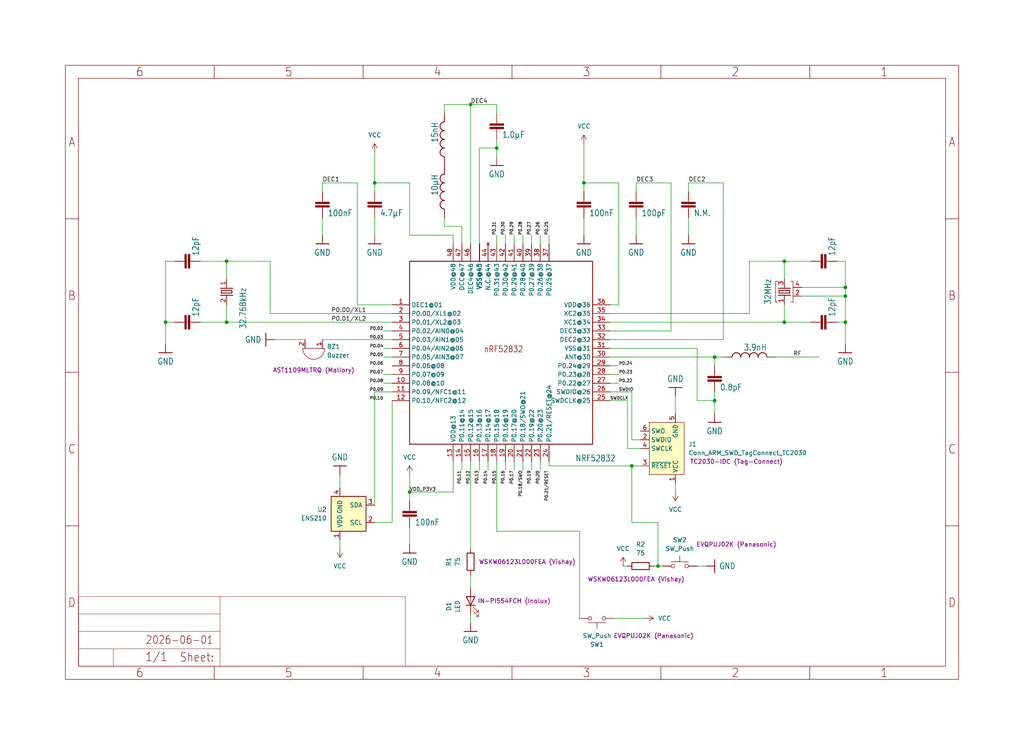
<source format=kicad_sch>
(kicad_sch (version 20230121) (generator eeschema)

  (uuid eae451d3-9874-4c89-86c7-350c2b329f00)

  (paper "User" 298.45 217.322)

  (lib_symbols
    (symbol "Connector:Conn_ARM_SWD_TagConnect_TC2030" (in_bom no) (on_board yes)
      (property "Reference" "J" (at 2.54 11.43 0)
        (effects (font (size 1.27 1.27)))
      )
      (property "Value" "Conn_ARM_SWD_TagConnect_TC2030" (at 5.08 8.89 0)
        (effects (font (size 1.27 1.27)))
      )
      (property "Footprint" "Connector:Tag-Connect_TC2030-IDC-FP_2x03_P1.27mm_Vertical" (at 0 -17.78 0)
        (effects (font (size 1.27 1.27)) hide)
      )
      (property "Datasheet" "https://www.tag-connect.com/wp-content/uploads/bsk-pdf-manager/TC2030-CTX_1.pdf" (at 0 -15.24 0)
        (effects (font (size 1.27 1.27)) hide)
      )
      (property "ki_keywords" "Cortex Debug Connector ARM SWD JTAG" (at 0 0 0)
        (effects (font (size 1.27 1.27)) hide)
      )
      (property "ki_description" "Tag-Connect ARM Cortex SWD JTAG connector, 6 pin" (at 0 0 0)
        (effects (font (size 1.27 1.27)) hide)
      )
      (property "ki_fp_filters" "*TC2030*" (at 0 0 0)
        (effects (font (size 1.27 1.27)) hide)
      )
      (symbol "Conn_ARM_SWD_TagConnect_TC2030_0_0"
        (pin power_in line (at -2.54 10.16 270) (length 2.54)
          (name "VCC" (effects (font (size 1.27 1.27))))
          (number "1" (effects (font (size 1.27 1.27))))
        )
        (pin bidirectional line (at 7.62 -2.54 180) (length 2.54)
          (name "SWDIO" (effects (font (size 1.27 1.27))))
          (number "2" (effects (font (size 1.27 1.27))))
          (alternate "TMS" bidirectional line)
        )
        (pin open_collector line (at 7.62 5.08 180) (length 2.54)
          (name "~{RESET}" (effects (font (size 1.27 1.27))))
          (number "3" (effects (font (size 1.27 1.27))))
        )
        (pin output line (at 7.62 0 180) (length 2.54)
          (name "SWCLK" (effects (font (size 1.27 1.27))))
          (number "4" (effects (font (size 1.27 1.27))))
          (alternate "TCK" output line)
        )
        (pin power_in line (at -2.54 -10.16 90) (length 2.54)
          (name "GND" (effects (font (size 1.27 1.27))))
          (number "5" (effects (font (size 1.27 1.27))))
        )
        (pin input line (at 7.62 -5.08 180) (length 2.54)
          (name "SWO" (effects (font (size 1.27 1.27))))
          (number "6" (effects (font (size 1.27 1.27))))
          (alternate "TDO" input line)
        )
      )
      (symbol "Conn_ARM_SWD_TagConnect_TC2030_0_1"
        (rectangle (start -5.08 7.62) (end 5.08 -7.62)
          (stroke (width 0) (type default))
          (fill (type background))
        )
      )
    )
    (symbol "Device:Buzzer" (pin_names (offset 0.0254) hide) (in_bom yes) (on_board yes)
      (property "Reference" "BZ" (at 3.81 1.27 0)
        (effects (font (size 1.27 1.27)) (justify left))
      )
      (property "Value" "Buzzer" (at 3.81 -1.27 0)
        (effects (font (size 1.27 1.27)) (justify left))
      )
      (property "Footprint" "" (at -0.635 2.54 90)
        (effects (font (size 1.27 1.27)) hide)
      )
      (property "Datasheet" "~" (at -0.635 2.54 90)
        (effects (font (size 1.27 1.27)) hide)
      )
      (property "ki_keywords" "quartz resonator ceramic" (at 0 0 0)
        (effects (font (size 1.27 1.27)) hide)
      )
      (property "ki_description" "Buzzer, polarized" (at 0 0 0)
        (effects (font (size 1.27 1.27)) hide)
      )
      (property "ki_fp_filters" "*Buzzer*" (at 0 0 0)
        (effects (font (size 1.27 1.27)) hide)
      )
      (symbol "Buzzer_0_1"
        (arc (start 0 -3.175) (mid 3.1612 0) (end 0 3.175)
          (stroke (width 0) (type default))
          (fill (type none))
        )
        (polyline
          (pts
            (xy -1.651 1.905)
            (xy -1.143 1.905)
          )
          (stroke (width 0) (type default))
          (fill (type none))
        )
        (polyline
          (pts
            (xy -1.397 2.159)
            (xy -1.397 1.651)
          )
          (stroke (width 0) (type default))
          (fill (type none))
        )
        (polyline
          (pts
            (xy 0 3.175)
            (xy 0 -3.175)
          )
          (stroke (width 0) (type default))
          (fill (type none))
        )
      )
      (symbol "Buzzer_1_1"
        (pin passive line (at -2.54 2.54 0) (length 2.54)
          (name "-" (effects (font (size 1.27 1.27))))
          (number "1" (effects (font (size 1.27 1.27))))
        )
        (pin passive line (at -2.54 -2.54 0) (length 2.54)
          (name "+" (effects (font (size 1.27 1.27))))
          (number "2" (effects (font (size 1.27 1.27))))
        )
      )
    )
    (symbol "Device:LED" (pin_numbers hide) (pin_names (offset 1.016) hide) (in_bom yes) (on_board yes)
      (property "Reference" "D" (at 0 2.54 0)
        (effects (font (size 1.27 1.27)))
      )
      (property "Value" "LED" (at 0 -2.54 0)
        (effects (font (size 1.27 1.27)))
      )
      (property "Footprint" "" (at 0 0 0)
        (effects (font (size 1.27 1.27)) hide)
      )
      (property "Datasheet" "~" (at 0 0 0)
        (effects (font (size 1.27 1.27)) hide)
      )
      (property "ki_keywords" "LED diode" (at 0 0 0)
        (effects (font (size 1.27 1.27)) hide)
      )
      (property "ki_description" "Light emitting diode" (at 0 0 0)
        (effects (font (size 1.27 1.27)) hide)
      )
      (property "ki_fp_filters" "LED* LED_SMD:* LED_THT:*" (at 0 0 0)
        (effects (font (size 1.27 1.27)) hide)
      )
      (symbol "LED_0_1"
        (polyline
          (pts
            (xy -1.27 -1.27)
            (xy -1.27 1.27)
          )
          (stroke (width 0.254) (type default))
          (fill (type none))
        )
        (polyline
          (pts
            (xy -1.27 0)
            (xy 1.27 0)
          )
          (stroke (width 0) (type default))
          (fill (type none))
        )
        (polyline
          (pts
            (xy 1.27 -1.27)
            (xy 1.27 1.27)
            (xy -1.27 0)
            (xy 1.27 -1.27)
          )
          (stroke (width 0.254) (type default))
          (fill (type none))
        )
        (polyline
          (pts
            (xy -3.048 -0.762)
            (xy -4.572 -2.286)
            (xy -3.81 -2.286)
            (xy -4.572 -2.286)
            (xy -4.572 -1.524)
          )
          (stroke (width 0) (type default))
          (fill (type none))
        )
        (polyline
          (pts
            (xy -1.778 -0.762)
            (xy -3.302 -2.286)
            (xy -2.54 -2.286)
            (xy -3.302 -2.286)
            (xy -3.302 -1.524)
          )
          (stroke (width 0) (type default))
          (fill (type none))
        )
      )
      (symbol "LED_1_1"
        (pin passive line (at -3.81 0 0) (length 2.54)
          (name "K" (effects (font (size 1.27 1.27))))
          (number "1" (effects (font (size 1.27 1.27))))
        )
        (pin passive line (at 3.81 0 180) (length 2.54)
          (name "A" (effects (font (size 1.27 1.27))))
          (number "2" (effects (font (size 1.27 1.27))))
        )
      )
    )
    (symbol "Device:R" (pin_numbers hide) (pin_names (offset 0)) (in_bom yes) (on_board yes)
      (property "Reference" "R" (at 2.032 0 90)
        (effects (font (size 1.27 1.27)))
      )
      (property "Value" "R" (at 0 0 90)
        (effects (font (size 1.27 1.27)))
      )
      (property "Footprint" "" (at -1.778 0 90)
        (effects (font (size 1.27 1.27)) hide)
      )
      (property "Datasheet" "~" (at 0 0 0)
        (effects (font (size 1.27 1.27)) hide)
      )
      (property "ki_keywords" "R res resistor" (at 0 0 0)
        (effects (font (size 1.27 1.27)) hide)
      )
      (property "ki_description" "Resistor" (at 0 0 0)
        (effects (font (size 1.27 1.27)) hide)
      )
      (property "ki_fp_filters" "R_*" (at 0 0 0)
        (effects (font (size 1.27 1.27)) hide)
      )
      (symbol "R_0_1"
        (rectangle (start -1.016 -2.54) (end 1.016 2.54)
          (stroke (width 0.254) (type default))
          (fill (type none))
        )
      )
      (symbol "R_1_1"
        (pin passive line (at 0 3.81 270) (length 1.27)
          (name "~" (effects (font (size 1.27 1.27))))
          (number "1" (effects (font (size 1.27 1.27))))
        )
        (pin passive line (at 0 -3.81 90) (length 1.27)
          (name "~" (effects (font (size 1.27 1.27))))
          (number "2" (effects (font (size 1.27 1.27))))
        )
      )
    )
    (symbol "Sensor_Humidity:ENS210" (pin_names (offset 1.016)) (in_bom yes) (on_board yes)
      (property "Reference" "U" (at -7.62 10.16 0)
        (effects (font (size 1.27 1.27)) (justify left))
      )
      (property "Value" "ENS210" (at -7.62 7.62 0)
        (effects (font (size 1.27 1.27)) (justify left))
      )
      (property "Footprint" "Package_DFN_QFN:AMS_QFN-4-1EP_2x2mm_P0.95mm_EP0.7x1.6mm" (at 0 -10.16 0)
        (effects (font (size 1.27 1.27)) hide)
      )
      (property "Datasheet" "http://ams.com/eng/Products/Environmental-Sensors/Relative-Humidity-and-Temperature-Sensors/ENS210" (at 0 0 0)
        (effects (font (size 1.27 1.27)) hide)
      )
      (property "ki_keywords" "relative humidity temperature i2c pre-calibrated" (at 0 0 0)
        (effects (font (size 1.27 1.27)) hide)
      )
      (property "ki_description" "Relative Humidity and Temperature Sensor with I2C Interface" (at 0 0 0)
        (effects (font (size 1.27 1.27)) hide)
      )
      (property "ki_fp_filters" "AMS?QFN*EP*2x2mm*P0.95mm*" (at 0 0 0)
        (effects (font (size 1.27 1.27)) hide)
      )
      (symbol "ENS210_0_1"
        (rectangle (start -5.08 5.08) (end 5.08 -5.08)
          (stroke (width 0.254) (type default))
          (fill (type background))
        )
      )
      (symbol "ENS210_1_1"
        (pin power_in line (at 2.54 7.62 270) (length 2.54)
          (name "VDD" (effects (font (size 1.27 1.27))))
          (number "1" (effects (font (size 1.27 1.27))))
        )
        (pin input line (at -7.62 2.54 0) (length 2.54)
          (name "SCL" (effects (font (size 1.27 1.27))))
          (number "2" (effects (font (size 1.27 1.27))))
        )
        (pin bidirectional line (at -7.62 -2.54 0) (length 2.54)
          (name "SDA" (effects (font (size 1.27 1.27))))
          (number "3" (effects (font (size 1.27 1.27))))
        )
        (pin power_in line (at 2.54 -7.62 90) (length 2.54)
          (name "GND" (effects (font (size 1.27 1.27))))
          (number "4" (effects (font (size 1.27 1.27))))
        )
        (pin passive line (at 2.54 -7.62 90) (length 2.54) hide
          (name "GND" (effects (font (size 1.27 1.27))))
          (number "5" (effects (font (size 1.27 1.27))))
        )
      )
    )
    (symbol "Switch:SW_Push" (pin_numbers hide) (pin_names (offset 1.016) hide) (in_bom yes) (on_board yes)
      (property "Reference" "SW" (at 1.27 2.54 0)
        (effects (font (size 1.27 1.27)) (justify left))
      )
      (property "Value" "SW_Push" (at 0 -1.524 0)
        (effects (font (size 1.27 1.27)))
      )
      (property "Footprint" "" (at 0 5.08 0)
        (effects (font (size 1.27 1.27)) hide)
      )
      (property "Datasheet" "~" (at 0 5.08 0)
        (effects (font (size 1.27 1.27)) hide)
      )
      (property "ki_keywords" "switch normally-open pushbutton push-button" (at 0 0 0)
        (effects (font (size 1.27 1.27)) hide)
      )
      (property "ki_description" "Push button switch, generic, two pins" (at 0 0 0)
        (effects (font (size 1.27 1.27)) hide)
      )
      (symbol "SW_Push_0_1"
        (circle (center -2.032 0) (radius 0.508)
          (stroke (width 0) (type default))
          (fill (type none))
        )
        (polyline
          (pts
            (xy 0 1.27)
            (xy 0 3.048)
          )
          (stroke (width 0) (type default))
          (fill (type none))
        )
        (polyline
          (pts
            (xy 2.54 1.27)
            (xy -2.54 1.27)
          )
          (stroke (width 0) (type default))
          (fill (type none))
        )
        (circle (center 2.032 0) (radius 0.508)
          (stroke (width 0) (type default))
          (fill (type none))
        )
        (pin passive line (at -5.08 0 0) (length 2.54)
          (name "1" (effects (font (size 1.27 1.27))))
          (number "1" (effects (font (size 1.27 1.27))))
        )
        (pin passive line (at 5.08 0 180) (length 2.54)
          (name "2" (effects (font (size 1.27 1.27))))
          (number "2" (effects (font (size 1.27 1.27))))
        )
      )
    )
    (symbol "keyfinder-eagle-import:A4L-LOC" (in_bom yes) (on_board yes)
      (property "Reference" "#FRAME" (at 0 0 0)
        (effects (font (size 1.27 1.27)) hide)
      )
      (property "Value" "" (at 0 0 0)
        (effects (font (size 1.27 1.27)) hide)
      )
      (property "Footprint" "" (at 0 0 0)
        (effects (font (size 1.27 1.27)) hide)
      )
      (property "Datasheet" "" (at 0 0 0)
        (effects (font (size 1.27 1.27)) hide)
      )
      (property "ki_locked" "" (at 0 0 0)
        (effects (font (size 1.27 1.27)))
      )
      (symbol "A4L-LOC_1_0"
        (polyline
          (pts
            (xy 0 44.7675)
            (xy 3.81 44.7675)
          )
          (stroke (width 0) (type default))
          (fill (type none))
        )
        (polyline
          (pts
            (xy 0 89.535)
            (xy 3.81 89.535)
          )
          (stroke (width 0) (type default))
          (fill (type none))
        )
        (polyline
          (pts
            (xy 0 134.3025)
            (xy 3.81 134.3025)
          )
          (stroke (width 0) (type default))
          (fill (type none))
        )
        (polyline
          (pts
            (xy 3.81 3.81)
            (xy 3.81 175.26)
          )
          (stroke (width 0) (type default))
          (fill (type none))
        )
        (polyline
          (pts
            (xy 43.3917 0)
            (xy 43.3917 3.81)
          )
          (stroke (width 0) (type default))
          (fill (type none))
        )
        (polyline
          (pts
            (xy 43.3917 175.26)
            (xy 43.3917 179.07)
          )
          (stroke (width 0) (type default))
          (fill (type none))
        )
        (polyline
          (pts
            (xy 86.7833 0)
            (xy 86.7833 3.81)
          )
          (stroke (width 0) (type default))
          (fill (type none))
        )
        (polyline
          (pts
            (xy 86.7833 175.26)
            (xy 86.7833 179.07)
          )
          (stroke (width 0) (type default))
          (fill (type none))
        )
        (polyline
          (pts
            (xy 130.175 0)
            (xy 130.175 3.81)
          )
          (stroke (width 0) (type default))
          (fill (type none))
        )
        (polyline
          (pts
            (xy 130.175 175.26)
            (xy 130.175 179.07)
          )
          (stroke (width 0) (type default))
          (fill (type none))
        )
        (polyline
          (pts
            (xy 161.29 3.81)
            (xy 161.29 24.13)
          )
          (stroke (width 0.1016) (type solid))
          (fill (type none))
        )
        (polyline
          (pts
            (xy 161.29 24.13)
            (xy 215.265 24.13)
          )
          (stroke (width 0.1016) (type solid))
          (fill (type none))
        )
        (polyline
          (pts
            (xy 173.5667 0)
            (xy 173.5667 3.81)
          )
          (stroke (width 0) (type default))
          (fill (type none))
        )
        (polyline
          (pts
            (xy 173.5667 175.26)
            (xy 173.5667 179.07)
          )
          (stroke (width 0) (type default))
          (fill (type none))
        )
        (polyline
          (pts
            (xy 215.265 8.89)
            (xy 215.265 3.81)
          )
          (stroke (width 0.1016) (type solid))
          (fill (type none))
        )
        (polyline
          (pts
            (xy 215.265 8.89)
            (xy 215.265 13.97)
          )
          (stroke (width 0.1016) (type solid))
          (fill (type none))
        )
        (polyline
          (pts
            (xy 215.265 13.97)
            (xy 215.265 19.05)
          )
          (stroke (width 0.1016) (type solid))
          (fill (type none))
        )
        (polyline
          (pts
            (xy 215.265 13.97)
            (xy 256.54 13.97)
          )
          (stroke (width 0.1016) (type solid))
          (fill (type none))
        )
        (polyline
          (pts
            (xy 215.265 19.05)
            (xy 215.265 24.13)
          )
          (stroke (width 0.1016) (type solid))
          (fill (type none))
        )
        (polyline
          (pts
            (xy 215.265 19.05)
            (xy 256.54 19.05)
          )
          (stroke (width 0.1016) (type solid))
          (fill (type none))
        )
        (polyline
          (pts
            (xy 215.265 24.13)
            (xy 256.54 24.13)
          )
          (stroke (width 0.1016) (type solid))
          (fill (type none))
        )
        (polyline
          (pts
            (xy 216.9583 0)
            (xy 216.9583 3.81)
          )
          (stroke (width 0) (type default))
          (fill (type none))
        )
        (polyline
          (pts
            (xy 216.9583 175.26)
            (xy 216.9583 179.07)
          )
          (stroke (width 0) (type default))
          (fill (type none))
        )
        (polyline
          (pts
            (xy 246.38 3.81)
            (xy 246.38 8.89)
          )
          (stroke (width 0.1016) (type solid))
          (fill (type none))
        )
        (polyline
          (pts
            (xy 246.38 8.89)
            (xy 215.265 8.89)
          )
          (stroke (width 0.1016) (type solid))
          (fill (type none))
        )
        (polyline
          (pts
            (xy 246.38 8.89)
            (xy 256.54 8.89)
          )
          (stroke (width 0.1016) (type solid))
          (fill (type none))
        )
        (polyline
          (pts
            (xy 256.54 3.81)
            (xy 3.81 3.81)
          )
          (stroke (width 0) (type default))
          (fill (type none))
        )
        (polyline
          (pts
            (xy 256.54 3.81)
            (xy 256.54 8.89)
          )
          (stroke (width 0.1016) (type solid))
          (fill (type none))
        )
        (polyline
          (pts
            (xy 256.54 3.81)
            (xy 256.54 175.26)
          )
          (stroke (width 0) (type default))
          (fill (type none))
        )
        (polyline
          (pts
            (xy 256.54 8.89)
            (xy 256.54 13.97)
          )
          (stroke (width 0.1016) (type solid))
          (fill (type none))
        )
        (polyline
          (pts
            (xy 256.54 13.97)
            (xy 256.54 19.05)
          )
          (stroke (width 0.1016) (type solid))
          (fill (type none))
        )
        (polyline
          (pts
            (xy 256.54 19.05)
            (xy 256.54 24.13)
          )
          (stroke (width 0.1016) (type solid))
          (fill (type none))
        )
        (polyline
          (pts
            (xy 256.54 44.7675)
            (xy 260.35 44.7675)
          )
          (stroke (width 0) (type default))
          (fill (type none))
        )
        (polyline
          (pts
            (xy 256.54 89.535)
            (xy 260.35 89.535)
          )
          (stroke (width 0) (type default))
          (fill (type none))
        )
        (polyline
          (pts
            (xy 256.54 134.3025)
            (xy 260.35 134.3025)
          )
          (stroke (width 0) (type default))
          (fill (type none))
        )
        (polyline
          (pts
            (xy 256.54 175.26)
            (xy 3.81 175.26)
          )
          (stroke (width 0) (type default))
          (fill (type none))
        )
        (polyline
          (pts
            (xy 0 0)
            (xy 260.35 0)
            (xy 260.35 179.07)
            (xy 0 179.07)
            (xy 0 0)
          )
          (stroke (width 0) (type default))
          (fill (type none))
        )
        (text "${#}/${##}" (at 230.505 5.08 0)
          (effects (font (size 2.54 2.159)) (justify left bottom))
        )
        (text "${CURRENT_DATE}" (at 217.17 10.16 0)
          (effects (font (size 2.286 1.9431)) (justify left bottom))
        )
        (text "${PROJECTNAME}" (at 217.17 15.24 0)
          (effects (font (size 2.54 2.159)) (justify left bottom))
        )
        (text "1" (at 21.6958 1.905 0)
          (effects (font (size 2.54 2.286)))
        )
        (text "1" (at 21.6958 177.165 0)
          (effects (font (size 2.54 2.286)))
        )
        (text "2" (at 65.0875 1.905 0)
          (effects (font (size 2.54 2.286)))
        )
        (text "2" (at 65.0875 177.165 0)
          (effects (font (size 2.54 2.286)))
        )
        (text "3" (at 108.4792 1.905 0)
          (effects (font (size 2.54 2.286)))
        )
        (text "3" (at 108.4792 177.165 0)
          (effects (font (size 2.54 2.286)))
        )
        (text "4" (at 151.8708 1.905 0)
          (effects (font (size 2.54 2.286)))
        )
        (text "4" (at 151.8708 177.165 0)
          (effects (font (size 2.54 2.286)))
        )
        (text "5" (at 195.2625 1.905 0)
          (effects (font (size 2.54 2.286)))
        )
        (text "5" (at 195.2625 177.165 0)
          (effects (font (size 2.54 2.286)))
        )
        (text "6" (at 238.6542 1.905 0)
          (effects (font (size 2.54 2.286)))
        )
        (text "6" (at 238.6542 177.165 0)
          (effects (font (size 2.54 2.286)))
        )
        (text "A" (at 1.905 156.6863 0)
          (effects (font (size 2.54 2.286)))
        )
        (text "A" (at 258.445 156.6863 0)
          (effects (font (size 2.54 2.286)))
        )
        (text "B" (at 1.905 111.9188 0)
          (effects (font (size 2.54 2.286)))
        )
        (text "B" (at 258.445 111.9188 0)
          (effects (font (size 2.54 2.286)))
        )
        (text "C" (at 1.905 67.1513 0)
          (effects (font (size 2.54 2.286)))
        )
        (text "C" (at 258.445 67.1513 0)
          (effects (font (size 2.54 2.286)))
        )
        (text "D" (at 1.905 22.3838 0)
          (effects (font (size 2.54 2.286)))
        )
        (text "D" (at 258.445 22.3838 0)
          (effects (font (size 2.54 2.286)))
        )
        (text "Sheet:" (at 216.916 4.953 0)
          (effects (font (size 2.54 2.159)) (justify left bottom))
        )
      )
    )
    (symbol "keyfinder-eagle-import:CAPACITOR_0402_N" (in_bom yes) (on_board yes)
      (property "Reference" "" (at 1.524 0.381 0)
        (effects (font (size 1.778 1.5113)) (justify left bottom) hide)
      )
      (property "Value" "" (at 1.524 -4.699 0)
        (effects (font (size 1.778 1.5113)) (justify left bottom))
      )
      (property "Footprint" "keyfinder:RESC0402_N" (at 0 0 0)
        (effects (font (size 1.27 1.27)) hide)
      )
      (property "Datasheet" "" (at 0 0 0)
        (effects (font (size 1.27 1.27)) hide)
      )
      (property "ki_locked" "" (at 0 0 0)
        (effects (font (size 1.27 1.27)))
      )
      (symbol "CAPACITOR_0402_N_1_0"
        (rectangle (start -2.032 -2.032) (end 2.032 -1.524)
          (stroke (width 0) (type default))
          (fill (type outline))
        )
        (rectangle (start -2.032 -1.016) (end 2.032 -0.508)
          (stroke (width 0) (type default))
          (fill (type outline))
        )
        (polyline
          (pts
            (xy 0 -2.54)
            (xy 0 -2.032)
          )
          (stroke (width 0.1524) (type solid))
          (fill (type none))
        )
        (polyline
          (pts
            (xy 0 0)
            (xy 0 -0.508)
          )
          (stroke (width 0.1524) (type solid))
          (fill (type none))
        )
        (pin passive line (at 0 2.54 270) (length 2.54)
          (name "1" (effects (font (size 0 0))))
          (number "1" (effects (font (size 0 0))))
        )
        (pin passive line (at 0 -5.08 90) (length 2.54)
          (name "2" (effects (font (size 0 0))))
          (number "2" (effects (font (size 0 0))))
        )
      )
    )
    (symbol "keyfinder-eagle-import:CAPACITOR_0603_N" (in_bom yes) (on_board yes)
      (property "Reference" "" (at 1.524 0.381 0)
        (effects (font (size 1.778 1.5113)) (justify left bottom) hide)
      )
      (property "Value" "" (at 1.524 -4.699 0)
        (effects (font (size 1.778 1.5113)) (justify left bottom))
      )
      (property "Footprint" "keyfinder:RESC0603_N" (at 0 0 0)
        (effects (font (size 1.27 1.27)) hide)
      )
      (property "Datasheet" "" (at 0 0 0)
        (effects (font (size 1.27 1.27)) hide)
      )
      (property "ki_locked" "" (at 0 0 0)
        (effects (font (size 1.27 1.27)))
      )
      (symbol "CAPACITOR_0603_N_1_0"
        (rectangle (start -2.032 -2.032) (end 2.032 -1.524)
          (stroke (width 0) (type default))
          (fill (type outline))
        )
        (rectangle (start -2.032 -1.016) (end 2.032 -0.508)
          (stroke (width 0) (type default))
          (fill (type outline))
        )
        (polyline
          (pts
            (xy 0 -2.54)
            (xy 0 -2.032)
          )
          (stroke (width 0.1524) (type solid))
          (fill (type none))
        )
        (polyline
          (pts
            (xy 0 0)
            (xy 0 -0.508)
          )
          (stroke (width 0.1524) (type solid))
          (fill (type none))
        )
        (pin passive line (at 0 2.54 270) (length 2.54)
          (name "1" (effects (font (size 0 0))))
          (number "1" (effects (font (size 0 0))))
        )
        (pin passive line (at 0 -5.08 90) (length 2.54)
          (name "2" (effects (font (size 0 0))))
          (number "2" (effects (font (size 0 0))))
        )
      )
    )
    (symbol "keyfinder-eagle-import:GND" (power) (in_bom yes) (on_board yes)
      (property "Reference" "#GND" (at 0 0 0)
        (effects (font (size 1.27 1.27)) hide)
      )
      (property "Value" "GND" (at -2.54 -2.54 0)
        (effects (font (size 1.778 1.5113)) (justify left bottom))
      )
      (property "Footprint" "" (at 0 0 0)
        (effects (font (size 1.27 1.27)) hide)
      )
      (property "Datasheet" "" (at 0 0 0)
        (effects (font (size 1.27 1.27)) hide)
      )
      (property "ki_locked" "" (at 0 0 0)
        (effects (font (size 1.27 1.27)))
      )
      (symbol "GND_1_0"
        (polyline
          (pts
            (xy -1.905 0)
            (xy 1.905 0)
          )
          (stroke (width 0.254) (type solid))
          (fill (type none))
        )
        (pin power_in line (at 0 2.54 270) (length 2.54)
          (name "GND" (effects (font (size 0 0))))
          (number "1" (effects (font (size 0 0))))
        )
      )
    )
    (symbol "keyfinder-eagle-import:INDUCTOR_0402_N" (in_bom yes) (on_board yes)
      (property "Reference" "" (at -1.27 -5.08 90)
        (effects (font (size 1.778 1.5113)) (justify left bottom) hide)
      )
      (property "Value" "" (at 3.81 -5.08 90)
        (effects (font (size 1.778 1.5113)) (justify left bottom))
      )
      (property "Footprint" "keyfinder:RESC0402_N" (at 0 0 0)
        (effects (font (size 1.27 1.27)) hide)
      )
      (property "Datasheet" "" (at 0 0 0)
        (effects (font (size 1.27 1.27)) hide)
      )
      (property "ki_locked" "" (at 0 0 0)
        (effects (font (size 1.27 1.27)))
      )
      (symbol "INDUCTOR_0402_N_1_0"
        (arc (start 0 -5.08) (mid 0.898 -4.708) (end 1.27 -3.81)
          (stroke (width 0.254) (type solid))
          (fill (type none))
        )
        (arc (start 0 -2.54) (mid 0.898 -2.168) (end 1.27 -1.27)
          (stroke (width 0.254) (type solid))
          (fill (type none))
        )
        (arc (start 0 0) (mid 0.898 0.372) (end 1.27 1.27)
          (stroke (width 0.254) (type solid))
          (fill (type none))
        )
        (arc (start 0 2.54) (mid 0.898 2.912) (end 1.27 3.81)
          (stroke (width 0.254) (type solid))
          (fill (type none))
        )
        (arc (start 1.27 -3.81) (mid 0.898 -2.912) (end 0 -2.54)
          (stroke (width 0.254) (type solid))
          (fill (type none))
        )
        (arc (start 1.27 -1.27) (mid 0.898 -0.372) (end 0 0)
          (stroke (width 0.254) (type solid))
          (fill (type none))
        )
        (arc (start 1.27 1.27) (mid 0.898 2.168) (end 0 2.54)
          (stroke (width 0.254) (type solid))
          (fill (type none))
        )
        (arc (start 1.27 3.81) (mid 0.898 4.708) (end 0 5.08)
          (stroke (width 0.254) (type solid))
          (fill (type none))
        )
        (pin passive line (at 0 7.62 270) (length 2.54)
          (name "1" (effects (font (size 0 0))))
          (number "1" (effects (font (size 0 0))))
        )
        (pin passive line (at 0 -7.62 90) (length 2.54)
          (name "2" (effects (font (size 0 0))))
          (number "2" (effects (font (size 0 0))))
        )
      )
    )
    (symbol "keyfinder-eagle-import:INDUCTOR_0603_N" (in_bom yes) (on_board yes)
      (property "Reference" "" (at -1.27 -5.08 90)
        (effects (font (size 1.778 1.5113)) (justify left bottom) hide)
      )
      (property "Value" "" (at 3.81 -5.08 90)
        (effects (font (size 1.778 1.5113)) (justify left bottom))
      )
      (property "Footprint" "keyfinder:RESC0603_N" (at 0 0 0)
        (effects (font (size 1.27 1.27)) hide)
      )
      (property "Datasheet" "" (at 0 0 0)
        (effects (font (size 1.27 1.27)) hide)
      )
      (property "ki_locked" "" (at 0 0 0)
        (effects (font (size 1.27 1.27)))
      )
      (symbol "INDUCTOR_0603_N_1_0"
        (arc (start 0 -5.08) (mid 0.898 -4.708) (end 1.27 -3.81)
          (stroke (width 0.254) (type solid))
          (fill (type none))
        )
        (arc (start 0 -2.54) (mid 0.898 -2.168) (end 1.27 -1.27)
          (stroke (width 0.254) (type solid))
          (fill (type none))
        )
        (arc (start 0 0) (mid 0.898 0.372) (end 1.27 1.27)
          (stroke (width 0.254) (type solid))
          (fill (type none))
        )
        (arc (start 0 2.54) (mid 0.898 2.912) (end 1.27 3.81)
          (stroke (width 0.254) (type solid))
          (fill (type none))
        )
        (arc (start 1.27 -3.81) (mid 0.898 -2.912) (end 0 -2.54)
          (stroke (width 0.254) (type solid))
          (fill (type none))
        )
        (arc (start 1.27 -1.27) (mid 0.898 -0.372) (end 0 0)
          (stroke (width 0.254) (type solid))
          (fill (type none))
        )
        (arc (start 1.27 1.27) (mid 0.898 2.168) (end 0 2.54)
          (stroke (width 0.254) (type solid))
          (fill (type none))
        )
        (arc (start 1.27 3.81) (mid 0.898 4.708) (end 0 5.08)
          (stroke (width 0.254) (type solid))
          (fill (type none))
        )
        (pin passive line (at 0 7.62 270) (length 2.54)
          (name "1" (effects (font (size 0 0))))
          (number "1" (effects (font (size 0 0))))
        )
        (pin passive line (at 0 -7.62 90) (length 2.54)
          (name "2" (effects (font (size 0 0))))
          (number "2" (effects (font (size 0 0))))
        )
      )
    )
    (symbol "keyfinder-eagle-import:NRF52832" (in_bom yes) (on_board yes)
      (property "Reference" "" (at 48.26 -2.54 0)
        (effects (font (size 1.778 1.5113)) (justify left bottom) hide)
      )
      (property "Value" "" (at 48.26 -5.08 0)
        (effects (font (size 1.778 1.5113)) (justify left bottom))
      )
      (property "Footprint" "keyfinder:QFN40P600X600X90-48_N" (at 0 0 0)
        (effects (font (size 1.27 1.27)) hide)
      )
      (property "Datasheet" "" (at 0 0 0)
        (effects (font (size 1.27 1.27)) hide)
      )
      (property "ki_locked" "" (at 0 0 0)
        (effects (font (size 1.27 1.27)))
      )
      (symbol "NRF52832_1_0"
        (polyline
          (pts
            (xy 0 0)
            (xy 0 53.34)
          )
          (stroke (width 0.254) (type solid))
          (fill (type none))
        )
        (polyline
          (pts
            (xy 0 53.34)
            (xy 53.34 53.34)
          )
          (stroke (width 0.254) (type solid))
          (fill (type none))
        )
        (polyline
          (pts
            (xy 53.34 0)
            (xy 0 0)
          )
          (stroke (width 0.254) (type solid))
          (fill (type none))
        )
        (polyline
          (pts
            (xy 53.34 53.34)
            (xy 53.34 0)
          )
          (stroke (width 0.254) (type solid))
          (fill (type none))
        )
        (text "nRF52832" (at 21.59 26.67 0)
          (effects (font (size 1.778 1.5113)) (justify left bottom))
        )
        (pin power_in line (at -5.08 40.64 0) (length 5.08)
          (name "DEC1@01" (effects (font (size 1.27 1.27))))
          (number "1" (effects (font (size 1.27 1.27))))
        )
        (pin bidirectional line (at -5.08 17.78 0) (length 5.08)
          (name "P0.08@10" (effects (font (size 1.27 1.27))))
          (number "10" (effects (font (size 1.27 1.27))))
        )
        (pin bidirectional line (at -5.08 15.24 0) (length 5.08)
          (name "P0.09/NFC1@11" (effects (font (size 1.27 1.27))))
          (number "11" (effects (font (size 1.27 1.27))))
        )
        (pin bidirectional line (at -5.08 12.7 0) (length 5.08)
          (name "P0.10/NFC2@12" (effects (font (size 1.27 1.27))))
          (number "12" (effects (font (size 1.27 1.27))))
        )
        (pin power_in line (at 12.7 -5.08 90) (length 5.08)
          (name "VDD@13" (effects (font (size 1.27 1.27))))
          (number "13" (effects (font (size 1.27 1.27))))
        )
        (pin bidirectional line (at 15.24 -5.08 90) (length 5.08)
          (name "P0.11@14" (effects (font (size 1.27 1.27))))
          (number "14" (effects (font (size 1.27 1.27))))
        )
        (pin bidirectional line (at 17.78 -5.08 90) (length 5.08)
          (name "P0.12@15" (effects (font (size 1.27 1.27))))
          (number "15" (effects (font (size 1.27 1.27))))
        )
        (pin bidirectional line (at 20.32 -5.08 90) (length 5.08)
          (name "P0.13@16" (effects (font (size 1.27 1.27))))
          (number "16" (effects (font (size 1.27 1.27))))
        )
        (pin bidirectional line (at 22.86 -5.08 90) (length 5.08)
          (name "P0.14@17" (effects (font (size 1.27 1.27))))
          (number "17" (effects (font (size 1.27 1.27))))
        )
        (pin bidirectional line (at 25.4 -5.08 90) (length 5.08)
          (name "P0.15@18" (effects (font (size 1.27 1.27))))
          (number "18" (effects (font (size 1.27 1.27))))
        )
        (pin bidirectional line (at 27.94 -5.08 90) (length 5.08)
          (name "P0.16@19" (effects (font (size 1.27 1.27))))
          (number "19" (effects (font (size 1.27 1.27))))
        )
        (pin bidirectional line (at -5.08 38.1 0) (length 5.08)
          (name "P0.00/XL1@02" (effects (font (size 1.27 1.27))))
          (number "2" (effects (font (size 1.27 1.27))))
        )
        (pin bidirectional line (at 30.48 -5.08 90) (length 5.08)
          (name "P0.17@20" (effects (font (size 1.27 1.27))))
          (number "20" (effects (font (size 1.27 1.27))))
        )
        (pin bidirectional line (at 33.02 -5.08 90) (length 5.08)
          (name "P0.18/SWO@21" (effects (font (size 1.27 1.27))))
          (number "21" (effects (font (size 1.27 1.27))))
        )
        (pin bidirectional line (at 35.56 -5.08 90) (length 5.08)
          (name "P0.19@22" (effects (font (size 1.27 1.27))))
          (number "22" (effects (font (size 1.27 1.27))))
        )
        (pin bidirectional line (at 38.1 -5.08 90) (length 5.08)
          (name "P0.20@23" (effects (font (size 1.27 1.27))))
          (number "23" (effects (font (size 1.27 1.27))))
        )
        (pin bidirectional line (at 40.64 -5.08 90) (length 5.08)
          (name "P0.21/RESET@24" (effects (font (size 1.27 1.27))))
          (number "24" (effects (font (size 1.27 1.27))))
        )
        (pin input line (at 58.42 12.7 180) (length 5.08)
          (name "SWDCLK@25" (effects (font (size 1.27 1.27))))
          (number "25" (effects (font (size 1.27 1.27))))
        )
        (pin bidirectional line (at 58.42 15.24 180) (length 5.08)
          (name "SWDIO@26" (effects (font (size 1.27 1.27))))
          (number "26" (effects (font (size 1.27 1.27))))
        )
        (pin bidirectional line (at 58.42 17.78 180) (length 5.08)
          (name "P0.22@27" (effects (font (size 1.27 1.27))))
          (number "27" (effects (font (size 1.27 1.27))))
        )
        (pin bidirectional line (at 58.42 20.32 180) (length 5.08)
          (name "P0.23@28" (effects (font (size 1.27 1.27))))
          (number "28" (effects (font (size 1.27 1.27))))
        )
        (pin bidirectional line (at 58.42 22.86 180) (length 5.08)
          (name "P0.24@29" (effects (font (size 1.27 1.27))))
          (number "29" (effects (font (size 1.27 1.27))))
        )
        (pin bidirectional line (at -5.08 35.56 0) (length 5.08)
          (name "P0.01/XL2@03" (effects (font (size 1.27 1.27))))
          (number "3" (effects (font (size 1.27 1.27))))
        )
        (pin bidirectional line (at 58.42 25.4 180) (length 5.08)
          (name "ANT@30" (effects (font (size 1.27 1.27))))
          (number "30" (effects (font (size 1.27 1.27))))
        )
        (pin bidirectional line (at 58.42 27.94 180) (length 5.08)
          (name "VSS@31" (effects (font (size 1.27 1.27))))
          (number "31" (effects (font (size 1.27 1.27))))
        )
        (pin bidirectional line (at 58.42 30.48 180) (length 5.08)
          (name "DEC2@32" (effects (font (size 1.27 1.27))))
          (number "32" (effects (font (size 1.27 1.27))))
        )
        (pin bidirectional line (at 58.42 33.02 180) (length 5.08)
          (name "DEC3@33" (effects (font (size 1.27 1.27))))
          (number "33" (effects (font (size 1.27 1.27))))
        )
        (pin input line (at 58.42 35.56 180) (length 5.08)
          (name "XC1@34" (effects (font (size 1.27 1.27))))
          (number "34" (effects (font (size 1.27 1.27))))
        )
        (pin output line (at 58.42 38.1 180) (length 5.08)
          (name "XC2@35" (effects (font (size 1.27 1.27))))
          (number "35" (effects (font (size 1.27 1.27))))
        )
        (pin power_in line (at 58.42 40.64 180) (length 5.08)
          (name "VDD@36" (effects (font (size 1.27 1.27))))
          (number "36" (effects (font (size 1.27 1.27))))
        )
        (pin bidirectional line (at 40.64 58.42 270) (length 5.08)
          (name "P0.25@37" (effects (font (size 1.27 1.27))))
          (number "37" (effects (font (size 1.27 1.27))))
        )
        (pin bidirectional line (at 38.1 58.42 270) (length 5.08)
          (name "P0.26@38" (effects (font (size 1.27 1.27))))
          (number "38" (effects (font (size 1.27 1.27))))
        )
        (pin bidirectional line (at 35.56 58.42 270) (length 5.08)
          (name "P0.27@39" (effects (font (size 1.27 1.27))))
          (number "39" (effects (font (size 1.27 1.27))))
        )
        (pin bidirectional line (at -5.08 33.02 0) (length 5.08)
          (name "P0.02/AIN0@04" (effects (font (size 1.27 1.27))))
          (number "4" (effects (font (size 1.27 1.27))))
        )
        (pin bidirectional line (at 33.02 58.42 270) (length 5.08)
          (name "P0.28@40" (effects (font (size 1.27 1.27))))
          (number "40" (effects (font (size 1.27 1.27))))
        )
        (pin bidirectional line (at 30.48 58.42 270) (length 5.08)
          (name "P0.29@41" (effects (font (size 1.27 1.27))))
          (number "41" (effects (font (size 1.27 1.27))))
        )
        (pin bidirectional line (at 27.94 58.42 270) (length 5.08)
          (name "P0.30@42" (effects (font (size 1.27 1.27))))
          (number "42" (effects (font (size 1.27 1.27))))
        )
        (pin bidirectional line (at 25.4 58.42 270) (length 5.08)
          (name "P0.31@43" (effects (font (size 1.27 1.27))))
          (number "43" (effects (font (size 1.27 1.27))))
        )
        (pin no_connect line (at 22.86 58.42 270) (length 5.08)
          (name "N.C.@44" (effects (font (size 1.27 1.27))))
          (number "44" (effects (font (size 1.27 1.27))))
        )
        (pin power_in line (at 20.32 58.42 270) (length 5.08)
          (name "VSS@45" (effects (font (size 1.27 1.27))))
          (number "45" (effects (font (size 0 0))))
        )
        (pin power_in line (at 17.78 58.42 270) (length 5.08)
          (name "DEC4@46" (effects (font (size 1.27 1.27))))
          (number "46" (effects (font (size 1.27 1.27))))
        )
        (pin output line (at 15.24 58.42 270) (length 5.08)
          (name "DCC@47" (effects (font (size 1.27 1.27))))
          (number "47" (effects (font (size 1.27 1.27))))
        )
        (pin power_in line (at 12.7 58.42 270) (length 5.08)
          (name "VDD@48" (effects (font (size 1.27 1.27))))
          (number "48" (effects (font (size 1.27 1.27))))
        )
        (pin bidirectional line (at -5.08 30.48 0) (length 5.08)
          (name "P0.03/AIN1@05" (effects (font (size 1.27 1.27))))
          (number "5" (effects (font (size 1.27 1.27))))
        )
        (pin bidirectional line (at -5.08 27.94 0) (length 5.08)
          (name "P0.04/AIN2@06" (effects (font (size 1.27 1.27))))
          (number "6" (effects (font (size 1.27 1.27))))
        )
        (pin bidirectional line (at -5.08 25.4 0) (length 5.08)
          (name "P0.05/AIN3@07" (effects (font (size 1.27 1.27))))
          (number "7" (effects (font (size 1.27 1.27))))
        )
        (pin bidirectional line (at -5.08 22.86 0) (length 5.08)
          (name "P0.06@08" (effects (font (size 1.27 1.27))))
          (number "8" (effects (font (size 1.27 1.27))))
        )
        (pin bidirectional line (at -5.08 20.32 0) (length 5.08)
          (name "P0.07@09" (effects (font (size 1.27 1.27))))
          (number "9" (effects (font (size 1.27 1.27))))
        )
        (pin power_in line (at 20.32 58.42 270) (length 5.08)
          (name "VSS@45" (effects (font (size 1.27 1.27))))
          (number "PAD" (effects (font (size 0 0))))
        )
        (pin power_in line (at 20.32 58.42 270) (length 5.08)
          (name "VSS@45" (effects (font (size 1.27 1.27))))
          (number "PAD@VIA01" (effects (font (size 0 0))))
        )
        (pin power_in line (at 20.32 58.42 270) (length 5.08)
          (name "VSS@45" (effects (font (size 1.27 1.27))))
          (number "PAD@VIA02" (effects (font (size 0 0))))
        )
        (pin power_in line (at 20.32 58.42 270) (length 5.08)
          (name "VSS@45" (effects (font (size 1.27 1.27))))
          (number "PAD@VIA03" (effects (font (size 0 0))))
        )
        (pin power_in line (at 20.32 58.42 270) (length 5.08)
          (name "VSS@45" (effects (font (size 1.27 1.27))))
          (number "PAD@VIA04" (effects (font (size 0 0))))
        )
        (pin power_in line (at 20.32 58.42 270) (length 5.08)
          (name "VSS@45" (effects (font (size 1.27 1.27))))
          (number "PAD@VIA05" (effects (font (size 0 0))))
        )
        (pin power_in line (at 20.32 58.42 270) (length 5.08)
          (name "VSS@45" (effects (font (size 1.27 1.27))))
          (number "PAD@VIA06" (effects (font (size 0 0))))
        )
        (pin power_in line (at 20.32 58.42 270) (length 5.08)
          (name "VSS@45" (effects (font (size 1.27 1.27))))
          (number "PAD@VIA07" (effects (font (size 0 0))))
        )
        (pin power_in line (at 20.32 58.42 270) (length 5.08)
          (name "VSS@45" (effects (font (size 1.27 1.27))))
          (number "PAD@VIA08" (effects (font (size 0 0))))
        )
        (pin power_in line (at 20.32 58.42 270) (length 5.08)
          (name "VSS@45" (effects (font (size 1.27 1.27))))
          (number "PAD@VIA09" (effects (font (size 0 0))))
        )
        (pin power_in line (at 20.32 58.42 270) (length 5.08)
          (name "VSS@45" (effects (font (size 1.27 1.27))))
          (number "PAD@VIA10" (effects (font (size 0 0))))
        )
        (pin power_in line (at 20.32 58.42 270) (length 5.08)
          (name "VSS@45" (effects (font (size 1.27 1.27))))
          (number "PAD@VIA11" (effects (font (size 0 0))))
        )
        (pin power_in line (at 20.32 58.42 270) (length 5.08)
          (name "VSS@45" (effects (font (size 1.27 1.27))))
          (number "PAD@VIA12" (effects (font (size 0 0))))
        )
        (pin power_in line (at 20.32 58.42 270) (length 5.08)
          (name "VSS@45" (effects (font (size 1.27 1.27))))
          (number "PAD@VIA13" (effects (font (size 0 0))))
        )
        (pin power_in line (at 20.32 58.42 270) (length 5.08)
          (name "VSS@45" (effects (font (size 1.27 1.27))))
          (number "PAD@VIA14" (effects (font (size 0 0))))
        )
        (pin power_in line (at 20.32 58.42 270) (length 5.08)
          (name "VSS@45" (effects (font (size 1.27 1.27))))
          (number "PAD@VIA15" (effects (font (size 0 0))))
        )
        (pin power_in line (at 20.32 58.42 270) (length 5.08)
          (name "VSS@45" (effects (font (size 1.27 1.27))))
          (number "PAD@VIA16" (effects (font (size 0 0))))
        )
      )
    )
    (symbol "keyfinder-eagle-import:XTAL_32KHZ" (in_bom yes) (on_board yes)
      (property "Reference" "" (at 0 6.096 0)
        (effects (font (size 1.778 1.5113)) (justify left bottom) hide)
      )
      (property "Value" "" (at 0 3.81 0)
        (effects (font (size 1.778 1.5113)) (justify left bottom))
      )
      (property "Footprint" "keyfinder:XTAL_3215_N" (at 0 0 0)
        (effects (font (size 1.27 1.27)) hide)
      )
      (property "Datasheet" "" (at 0 0 0)
        (effects (font (size 1.27 1.27)) hide)
      )
      (property "ki_locked" "" (at 0 0 0)
        (effects (font (size 1.27 1.27)))
      )
      (symbol "XTAL_32KHZ_1_0"
        (polyline
          (pts
            (xy 0 0)
            (xy 0.254 0)
          )
          (stroke (width 0.1524) (type solid))
          (fill (type none))
        )
        (polyline
          (pts
            (xy 0.254 0)
            (xy 0.254 -1.778)
          )
          (stroke (width 0.254) (type solid))
          (fill (type none))
        )
        (polyline
          (pts
            (xy 0.254 1.778)
            (xy 0.254 0)
          )
          (stroke (width 0.254) (type solid))
          (fill (type none))
        )
        (polyline
          (pts
            (xy 0.889 -1.524)
            (xy 1.651 -1.524)
          )
          (stroke (width 0.254) (type solid))
          (fill (type none))
        )
        (polyline
          (pts
            (xy 0.889 1.524)
            (xy 0.889 -1.524)
          )
          (stroke (width 0.254) (type solid))
          (fill (type none))
        )
        (polyline
          (pts
            (xy 1.651 -1.524)
            (xy 1.651 1.524)
          )
          (stroke (width 0.254) (type solid))
          (fill (type none))
        )
        (polyline
          (pts
            (xy 1.651 1.524)
            (xy 0.889 1.524)
          )
          (stroke (width 0.254) (type solid))
          (fill (type none))
        )
        (polyline
          (pts
            (xy 2.286 0)
            (xy 2.286 -1.778)
          )
          (stroke (width 0.254) (type solid))
          (fill (type none))
        )
        (polyline
          (pts
            (xy 2.286 0)
            (xy 2.54 0)
          )
          (stroke (width 0.1524) (type solid))
          (fill (type none))
        )
        (polyline
          (pts
            (xy 2.286 1.778)
            (xy 2.286 0)
          )
          (stroke (width 0.254) (type solid))
          (fill (type none))
        )
        (pin passive line (at -2.54 0 0) (length 2.54)
          (name "1" (effects (font (size 0 0))))
          (number "1" (effects (font (size 1.27 1.27))))
        )
        (pin passive line (at 5.08 0 180) (length 2.54)
          (name "2" (effects (font (size 0 0))))
          (number "2" (effects (font (size 1.27 1.27))))
        )
      )
    )
    (symbol "keyfinder-eagle-import:XTAL_32MHZ" (in_bom yes) (on_board yes)
      (property "Reference" "" (at 0 8.636 0)
        (effects (font (size 1.778 1.5113)) (justify left bottom) hide)
      )
      (property "Value" "" (at 0 6.35 0)
        (effects (font (size 1.778 1.5113)) (justify left bottom))
      )
      (property "Footprint" "keyfinder:BT-XTAL_2016_N" (at 0 0 0)
        (effects (font (size 1.27 1.27)) hide)
      )
      (property "Datasheet" "" (at 0 0 0)
        (effects (font (size 1.27 1.27)) hide)
      )
      (property "ki_locked" "" (at 0 0 0)
        (effects (font (size 1.27 1.27)))
      )
      (symbol "XTAL_32MHZ_1_0"
        (polyline
          (pts
            (xy 0.762 0)
            (xy 0.762 0.635)
          )
          (stroke (width 0.1524) (type solid))
          (fill (type none))
        )
        (polyline
          (pts
            (xy 0.762 0)
            (xy 6.858 0)
          )
          (stroke (width 0.1524) (type solid))
          (fill (type none))
        )
        (polyline
          (pts
            (xy 0.762 4.445)
            (xy 0.762 5.08)
          )
          (stroke (width 0.1524) (type solid))
          (fill (type none))
        )
        (polyline
          (pts
            (xy 0.762 5.08)
            (xy 6.858 5.08)
          )
          (stroke (width 0.1524) (type solid))
          (fill (type none))
        )
        (polyline
          (pts
            (xy 2.54 2.54)
            (xy 2.794 2.54)
          )
          (stroke (width 0.1524) (type solid))
          (fill (type none))
        )
        (polyline
          (pts
            (xy 2.794 2.54)
            (xy 2.794 0.762)
          )
          (stroke (width 0.254) (type solid))
          (fill (type none))
        )
        (polyline
          (pts
            (xy 2.794 4.318)
            (xy 2.794 2.54)
          )
          (stroke (width 0.254) (type solid))
          (fill (type none))
        )
        (polyline
          (pts
            (xy 3.429 1.016)
            (xy 4.191 1.016)
          )
          (stroke (width 0.254) (type solid))
          (fill (type none))
        )
        (polyline
          (pts
            (xy 3.429 4.064)
            (xy 3.429 1.016)
          )
          (stroke (width 0.254) (type solid))
          (fill (type none))
        )
        (polyline
          (pts
            (xy 4.191 1.016)
            (xy 4.191 4.064)
          )
          (stroke (width 0.254) (type solid))
          (fill (type none))
        )
        (polyline
          (pts
            (xy 4.191 4.064)
            (xy 3.429 4.064)
          )
          (stroke (width 0.254) (type solid))
          (fill (type none))
        )
        (polyline
          (pts
            (xy 4.826 2.54)
            (xy 4.826 0.762)
          )
          (stroke (width 0.254) (type solid))
          (fill (type none))
        )
        (polyline
          (pts
            (xy 4.826 2.54)
            (xy 5.08 2.54)
          )
          (stroke (width 0.1524) (type solid))
          (fill (type none))
        )
        (polyline
          (pts
            (xy 4.826 4.318)
            (xy 4.826 2.54)
          )
          (stroke (width 0.254) (type solid))
          (fill (type none))
        )
        (polyline
          (pts
            (xy 6.858 0.635)
            (xy 6.858 0)
          )
          (stroke (width 0.1524) (type solid))
          (fill (type none))
        )
        (polyline
          (pts
            (xy 6.858 5.08)
            (xy 6.858 4.445)
          )
          (stroke (width 0.1524) (type solid))
          (fill (type none))
        )
        (pin passive line (at 0 2.54 0) (length 2.54)
          (name "1" (effects (font (size 0 0))))
          (number "1" (effects (font (size 1.27 1.27))))
        )
        (pin passive line (at 2.54 -2.54 90) (length 2.54)
          (name "2" (effects (font (size 0 0))))
          (number "2" (effects (font (size 1.27 1.27))))
        )
        (pin passive line (at 7.62 2.54 180) (length 2.54)
          (name "3" (effects (font (size 0 0))))
          (number "3" (effects (font (size 1.27 1.27))))
        )
        (pin passive line (at 5.08 -2.54 90) (length 2.54)
          (name "4" (effects (font (size 0 0))))
          (number "4" (effects (font (size 1.27 1.27))))
        )
      )
    )
    (symbol "power:VCC" (power) (pin_names (offset 0)) (in_bom yes) (on_board yes)
      (property "Reference" "#PWR" (at 0 -3.81 0)
        (effects (font (size 1.27 1.27)) hide)
      )
      (property "Value" "VCC" (at 0 3.81 0)
        (effects (font (size 1.27 1.27)))
      )
      (property "Footprint" "" (at 0 0 0)
        (effects (font (size 1.27 1.27)) hide)
      )
      (property "Datasheet" "" (at 0 0 0)
        (effects (font (size 1.27 1.27)) hide)
      )
      (property "ki_keywords" "global power" (at 0 0 0)
        (effects (font (size 1.27 1.27)) hide)
      )
      (property "ki_description" "Power symbol creates a global label with name \"VCC\"" (at 0 0 0)
        (effects (font (size 1.27 1.27)) hide)
      )
      (symbol "VCC_0_1"
        (polyline
          (pts
            (xy -0.762 1.27)
            (xy 0 2.54)
          )
          (stroke (width 0) (type default))
          (fill (type none))
        )
        (polyline
          (pts
            (xy 0 0)
            (xy 0 2.54)
          )
          (stroke (width 0) (type default))
          (fill (type none))
        )
        (polyline
          (pts
            (xy 0 2.54)
            (xy 0.762 1.27)
          )
          (stroke (width 0) (type default))
          (fill (type none))
        )
      )
      (symbol "VCC_1_1"
        (pin power_in line (at 0 0 90) (length 0) hide
          (name "VCC" (effects (font (size 1.27 1.27))))
          (number "1" (effects (font (size 1.27 1.27))))
        )
      )
    )
  )

  (junction (at 228.6 93.98) (diameter 0) (color 0 0 0 0)
    (uuid 024b6590-5a12-4c9e-bea8-f40dc8d59150)
  )
  (junction (at 48.26 93.98) (diameter 0) (color 0 0 0 0)
    (uuid 1749ec1f-b7b4-42d3-9b50-1acebc62c6bd)
  )
  (junction (at 191.77 165.1) (diameter 0) (color 0 0 0 0)
    (uuid 1f323811-ddd8-4716-be8b-17547d647d00)
  )
  (junction (at 184.15 135.89) (diameter 0) (color 0 0 0 0)
    (uuid 338cfc91-9a01-47a7-8e89-d6b72e1aac4f)
  )
  (junction (at 208.28 104.14) (diameter 0) (color 0 0 0 0)
    (uuid 366b904e-8d9d-4853-9ef0-898ea403fde0)
  )
  (junction (at 246.38 93.98) (diameter 0) (color 0 0 0 0)
    (uuid 42e025f1-c91a-49ea-9882-b352bb88bdc6)
  )
  (junction (at 66.04 76.2) (diameter 0) (color 0 0 0 0)
    (uuid 689fa85d-5d39-4e8a-a7c9-4ed7134ed029)
  )
  (junction (at 137.16 30.48) (diameter 0) (color 0 0 0 0)
    (uuid 769e8e6e-6e8c-45b7-b676-21c178b009b1)
  )
  (junction (at 66.04 93.98) (diameter 0) (color 0 0 0 0)
    (uuid 78c0de40-94e0-4f1b-8732-2a6b2b223000)
  )
  (junction (at 109.22 53.34) (diameter 0) (color 0 0 0 0)
    (uuid 8030d50d-1cf2-4743-af5b-3d5fc7113a01)
  )
  (junction (at 144.78 43.18) (diameter 0) (color 0 0 0 0)
    (uuid 86f50688-e2bc-4ded-850f-3db6b256068c)
  )
  (junction (at 228.6 76.2) (diameter 0) (color 0 0 0 0)
    (uuid 9f1f1c2e-0451-4ba6-8353-20eaffd59ad2)
  )
  (junction (at 246.38 86.36) (diameter 0) (color 0 0 0 0)
    (uuid a32ae1f6-b5a8-4e5a-83d1-335bc5e579a3)
  )
  (junction (at 208.28 116.84) (diameter 0) (color 0 0 0 0)
    (uuid ac60f890-e2ce-4ff5-bfa5-c017b7c732ed)
  )
  (junction (at 246.38 83.82) (diameter 0) (color 0 0 0 0)
    (uuid bd1aaed8-14fa-47c3-b254-f9bcae3aa23a)
  )
  (junction (at 170.18 53.34) (diameter 0) (color 0 0 0 0)
    (uuid d39505d6-e7ae-4ce5-9a51-cbc57685ef90)
  )
  (junction (at 119.38 143.51) (diameter 0) (color 0 0 0 0)
    (uuid f2d76347-b439-46df-aea2-2414007281b2)
  )

  (wire (pts (xy 177.8 101.6) (xy 203.2 101.6))
    (stroke (width 0.1524) (type solid))
    (uuid 005cdbc3-a27c-41c4-9b32-640753a0b5df)
  )
  (wire (pts (xy 177.8 99.06) (xy 210.82 99.06))
    (stroke (width 0.1524) (type solid))
    (uuid 01a488b0-d499-427f-82da-ca88a0450836)
  )
  (wire (pts (xy 114.3 109.22) (xy 111.76 109.22))
    (stroke (width 0.1524) (type solid))
    (uuid 01adc298-ad43-4927-a3c8-ad2080acaed1)
  )
  (wire (pts (xy 109.22 44.45) (xy 109.22 53.34))
    (stroke (width 0) (type default))
    (uuid 06c93ebd-4c02-4cc1-bfb9-e870e8bec164)
  )
  (wire (pts (xy 114.3 96.52) (xy 111.76 96.52))
    (stroke (width 0.1524) (type solid))
    (uuid 07b42d1b-03c2-482a-adbb-797d5b672867)
  )
  (wire (pts (xy 203.2 116.84) (xy 208.28 116.84))
    (stroke (width 0.1524) (type solid))
    (uuid 07cd11c5-a1dd-4229-8526-21ea4a06b53e)
  )
  (wire (pts (xy 144.78 134.62) (xy 144.78 154.94))
    (stroke (width 0.1524) (type solid))
    (uuid 082593ec-090e-415b-af8e-d6af72788cc2)
  )
  (wire (pts (xy 134.62 134.62) (xy 134.62 137.16))
    (stroke (width 0.1524) (type solid))
    (uuid 0840091e-95e6-4a9a-a4b0-21998f1b5e38)
  )
  (wire (pts (xy 114.3 88.9) (xy 104.14 88.9))
    (stroke (width 0.1524) (type solid))
    (uuid 0d77bc90-bcc9-47fa-9e8b-ea976778cb23)
  )
  (wire (pts (xy 208.28 116.84) (xy 208.28 114.3))
    (stroke (width 0.1524) (type solid))
    (uuid 0e029e57-a100-4804-8bac-40ce8130c84a)
  )
  (wire (pts (xy 66.04 93.98) (xy 114.3 93.98))
    (stroke (width 0.1524) (type solid))
    (uuid 102687d2-3adc-4648-a935-73952359b5d9)
  )
  (wire (pts (xy 190.5 165.1) (xy 191.77 165.1))
    (stroke (width 0) (type default))
    (uuid 1263f205-f028-4224-8a53-526808cd5775)
  )
  (wire (pts (xy 93.98 53.34) (xy 93.98 55.88))
    (stroke (width 0.1524) (type solid))
    (uuid 1c7f817e-1794-488e-b4f8-f19a59808e18)
  )
  (wire (pts (xy 177.8 114.3) (xy 184.15 114.3))
    (stroke (width 0.1524) (type solid))
    (uuid 20ec7109-79b5-47c1-a4da-8057ad92f9ad)
  )
  (wire (pts (xy 152.4 71.12) (xy 152.4 68.58))
    (stroke (width 0.1524) (type solid))
    (uuid 21a3a3c8-892e-46c6-961c-5c046753c697)
  )
  (wire (pts (xy 157.48 71.12) (xy 157.48 68.58))
    (stroke (width 0.1524) (type solid))
    (uuid 247af7a9-d10b-4683-9873-88e30a7dcea6)
  )
  (wire (pts (xy 185.42 63.5) (xy 185.42 66.04))
    (stroke (width 0.1524) (type solid))
    (uuid 24b9ca3d-9064-41d6-99a8-602f3ce1be05)
  )
  (wire (pts (xy 246.38 86.36) (xy 246.38 93.98))
    (stroke (width 0.1524) (type solid))
    (uuid 28825b1c-95de-4f1e-97e9-c75351d44a05)
  )
  (wire (pts (xy 154.94 134.62) (xy 154.94 137.16))
    (stroke (width 0.1524) (type solid))
    (uuid 28a4f04a-c83c-4eef-b558-31ba15c514a0)
  )
  (wire (pts (xy 58.42 76.2) (xy 66.04 76.2))
    (stroke (width 0.1524) (type solid))
    (uuid 2a67e676-d0dc-4682-8802-41fdb0ba4128)
  )
  (wire (pts (xy 111.76 114.3) (xy 114.3 114.3))
    (stroke (width 0.1524) (type solid))
    (uuid 2c580f37-8187-4f48-b577-f5fd0c6f2927)
  )
  (wire (pts (xy 180.34 88.9) (xy 180.34 53.34))
    (stroke (width 0.1524) (type solid))
    (uuid 2c7edb9b-4d8f-4707-a10b-f37033e3ecc0)
  )
  (wire (pts (xy 184.15 152.4) (xy 191.77 152.4))
    (stroke (width 0) (type default))
    (uuid 2dbd51af-906f-42f3-8ac1-2a8a03ac3c5f)
  )
  (wire (pts (xy 168.91 154.94) (xy 168.91 180.34))
    (stroke (width 0.1524) (type solid))
    (uuid 30433511-4203-4a85-8103-0ddbd08dee39)
  )
  (wire (pts (xy 144.78 30.48) (xy 144.78 33.02))
    (stroke (width 0.1524) (type solid))
    (uuid 3207fd01-7c00-4d75-a9e4-f53e9ee6ec9a)
  )
  (wire (pts (xy 132.08 134.62) (xy 132.08 143.51))
    (stroke (width 0.1524) (type solid))
    (uuid 34aba674-fbea-407f-9e77-62dd62fd93f1)
  )
  (wire (pts (xy 134.62 66.04) (xy 129.54 66.04))
    (stroke (width 0.1524) (type solid))
    (uuid 37667c10-7d1a-4bc5-a114-81e734e9cd5c)
  )
  (wire (pts (xy 134.62 71.12) (xy 134.62 66.04))
    (stroke (width 0.1524) (type solid))
    (uuid 3a17d394-03c3-4bf9-928c-a5748ec7bd74)
  )
  (wire (pts (xy 200.66 66.04) (xy 200.66 68.58))
    (stroke (width 0) (type default))
    (uuid 3a4c9e32-2293-4502-af0f-d3ca4903c8f0)
  )
  (wire (pts (xy 137.16 171.45) (xy 137.16 167.64))
    (stroke (width 0) (type default))
    (uuid 3d25eb47-a9ab-425b-9d9d-b862ddd46dbe)
  )
  (wire (pts (xy 142.24 134.62) (xy 142.24 137.16))
    (stroke (width 0.1524) (type solid))
    (uuid 3f54f3bb-0d0d-4320-b171-6536f9157f1f)
  )
  (wire (pts (xy 182.88 130.81) (xy 186.69 130.81))
    (stroke (width 0.1524) (type solid))
    (uuid 42899c36-ea88-49e8-b24a-f501f21c8df2)
  )
  (wire (pts (xy 233.68 86.36) (xy 246.38 86.36))
    (stroke (width 0.1524) (type solid))
    (uuid 45ac2a39-a6a9-4084-86fc-9d1fb4d50045)
  )
  (wire (pts (xy 114.3 101.6) (xy 111.76 101.6))
    (stroke (width 0.1524) (type solid))
    (uuid 47ab9b41-61dd-4afc-82c7-c36b179cda1b)
  )
  (wire (pts (xy 184.15 135.89) (xy 184.15 152.4))
    (stroke (width 0) (type default))
    (uuid 4852d6be-d8f0-431c-aacf-fd6f541425d2)
  )
  (wire (pts (xy 218.44 76.2) (xy 218.44 91.44))
    (stroke (width 0.1524) (type solid))
    (uuid 4936258d-564b-4c84-8530-61d5b284ed50)
  )
  (wire (pts (xy 132.08 68.58) (xy 119.38 68.58))
    (stroke (width 0.1524) (type solid))
    (uuid 4c1a7d98-9646-47fd-916a-b461c19ff59d)
  )
  (wire (pts (xy 177.8 106.68) (xy 180.34 106.68))
    (stroke (width 0.1524) (type solid))
    (uuid 4dc3e693-6542-4e06-9278-cb35e46f9ec0)
  )
  (wire (pts (xy 114.3 116.84) (xy 114.3 152.4))
    (stroke (width 0) (type default))
    (uuid 4e33f852-c507-475e-a91a-9527fbf25207)
  )
  (wire (pts (xy 147.32 71.12) (xy 147.32 68.58))
    (stroke (width 0.1524) (type solid))
    (uuid 4f58ebda-099a-46f0-9499-81d2920810e0)
  )
  (wire (pts (xy 137.16 30.48) (xy 144.78 30.48))
    (stroke (width 0.1524) (type solid))
    (uuid 5014d114-d474-49c3-a390-65b83077cc36)
  )
  (wire (pts (xy 195.58 53.34) (xy 195.58 96.52))
    (stroke (width 0.1524) (type solid))
    (uuid 5149e4e3-bd92-489c-8f71-89a9be52ef59)
  )
  (wire (pts (xy 157.48 134.62) (xy 157.48 137.16))
    (stroke (width 0.1524) (type solid))
    (uuid 55cd98c9-7958-4ab0-8e73-e935592322c3)
  )
  (wire (pts (xy 177.8 116.84) (xy 182.88 116.84))
    (stroke (width 0.1524) (type solid))
    (uuid 57e5ae00-0b59-4ff5-9929-1b702353923b)
  )
  (wire (pts (xy 132.08 71.12) (xy 132.08 68.58))
    (stroke (width 0.1524) (type solid))
    (uuid 59a176ce-9290-4462-9c46-5cad811f470c)
  )
  (wire (pts (xy 160.02 71.12) (xy 160.02 68.58))
    (stroke (width 0.1524) (type solid))
    (uuid 59ca0d78-9425-46b5-9334-97f82c3910b2)
  )
  (wire (pts (xy 93.98 99.06) (xy 114.3 99.06))
    (stroke (width 0.1524) (type solid))
    (uuid 59ec17e9-c2bf-4a70-b84c-5e3bd6db993e)
  )
  (wire (pts (xy 119.38 156.21) (xy 119.38 153.67))
    (stroke (width 0.1524) (type solid))
    (uuid 5ac32d5a-c22d-43bb-a3d9-52234b35dbfa)
  )
  (wire (pts (xy 109.22 66.04) (xy 109.22 68.58))
    (stroke (width 0) (type default))
    (uuid 5cee309a-8d82-457d-8c39-0506caf6f9d8)
  )
  (wire (pts (xy 93.98 66.04) (xy 93.98 63.5))
    (stroke (width 0.1524) (type solid))
    (uuid 5d00580f-7c9d-439c-83f4-ae68723c50db)
  )
  (wire (pts (xy 184.15 128.27) (xy 186.69 128.27))
    (stroke (width 0.1524) (type solid))
    (uuid 5dcd0892-3eb7-475c-b101-d954e5559d32)
  )
  (wire (pts (xy 109.22 114.3) (xy 111.76 114.3))
    (stroke (width 0) (type default))
    (uuid 5efc02e6-b9ce-41e0-bfb6-bc4d97316560)
  )
  (wire (pts (xy 228.6 76.2) (xy 218.44 76.2))
    (stroke (width 0.1524) (type solid))
    (uuid 61853799-8357-49aa-a6ec-8f71b9817e1f)
  )
  (wire (pts (xy 139.7 43.18) (xy 144.78 43.18))
    (stroke (width 0.1524) (type solid))
    (uuid 621d9a73-0972-4b9e-8d95-16db84064b63)
  )
  (wire (pts (xy 226.06 104.14) (xy 238.76 104.14))
    (stroke (width 0.1524) (type solid))
    (uuid 64796f63-03dc-46bc-aca8-48915f0ae459)
  )
  (wire (pts (xy 78.74 91.44) (xy 114.3 91.44))
    (stroke (width 0.1524) (type solid))
    (uuid 64955096-8d62-446f-bd4b-2c58ef66b87a)
  )
  (wire (pts (xy 185.42 55.88) (xy 185.42 53.34))
    (stroke (width 0.1524) (type solid))
    (uuid 65598a42-9a0f-4848-a03e-552a363e6e16)
  )
  (wire (pts (xy 137.16 181.61) (xy 137.16 179.07))
    (stroke (width 0) (type default))
    (uuid 65ca815d-8453-45e8-95f9-fa68a1d06eac)
  )
  (wire (pts (xy 177.8 88.9) (xy 180.34 88.9))
    (stroke (width 0.1524) (type solid))
    (uuid 69711f74-4512-4218-8c1e-e7cf651bcac5)
  )
  (wire (pts (xy 93.98 66.04) (xy 93.98 68.58))
    (stroke (width 0) (type default))
    (uuid 6a6d0010-852f-4064-9acb-cb6d74a5df64)
  )
  (wire (pts (xy 144.78 43.18) (xy 144.78 45.72))
    (stroke (width 0) (type default))
    (uuid 6b40c595-f0d2-4d02-915a-0b5cd80a6d38)
  )
  (wire (pts (xy 185.42 66.04) (xy 185.42 68.58))
    (stroke (width 0) (type default))
    (uuid 6d7c6c7a-a9f0-4dc2-a450-42b16a646045)
  )
  (wire (pts (xy 170.18 63.5) (xy 170.18 66.04))
    (stroke (width 0.1524) (type solid))
    (uuid 6e07746b-3275-4c67-835a-6ab61f27fdc1)
  )
  (wire (pts (xy 210.82 99.06) (xy 210.82 53.34))
    (stroke (width 0.1524) (type solid))
    (uuid 6eeb0ccd-36f3-4828-b537-7596ab68a870)
  )
  (wire (pts (xy 246.38 76.2) (xy 246.38 83.82))
    (stroke (width 0.1524) (type solid))
    (uuid 704a43f5-b700-41e1-9108-501e10163e22)
  )
  (wire (pts (xy 144.78 71.12) (xy 144.78 68.58))
    (stroke (width 0.1524) (type solid))
    (uuid 739be584-1cc3-41f0-ada0-ca19bd3e2652)
  )
  (wire (pts (xy 191.77 152.4) (xy 191.77 165.1))
    (stroke (width 0) (type default))
    (uuid 777a024f-2db5-4508-84ed-d41d352bb095)
  )
  (wire (pts (xy 114.3 152.4) (xy 109.22 152.4))
    (stroke (width 0) (type default))
    (uuid 77d79361-ee86-42fe-a4b7-6c5b8817eeee)
  )
  (wire (pts (xy 48.26 93.98) (xy 48.26 76.2))
    (stroke (width 0.1524) (type solid))
    (uuid 79ce6047-458f-4275-b06f-b04693cf1aa8)
  )
  (wire (pts (xy 129.54 30.48) (xy 137.16 30.48))
    (stroke (width 0.1524) (type solid))
    (uuid 7c130fef-abaa-4dcf-8201-7548c8b28647)
  )
  (wire (pts (xy 177.8 109.22) (xy 180.34 109.22))
    (stroke (width 0.1524) (type solid))
    (uuid 7d913140-ee2b-4480-b0f5-62fb65c9b906)
  )
  (wire (pts (xy 104.14 53.34) (xy 93.98 53.34))
    (stroke (width 0.1524) (type solid))
    (uuid 7dc1540a-d01b-449d-a55a-540110e941d2)
  )
  (wire (pts (xy 48.26 96.52) (xy 48.26 100.33))
    (stroke (width 0) (type default))
    (uuid 83296620-503f-4008-8b34-bd11c8b212a1)
  )
  (wire (pts (xy 196.85 115.57) (xy 196.85 120.65))
    (stroke (width 0) (type default))
    (uuid 833ac641-0bde-4efc-8fb6-a017d801d12d)
  )
  (wire (pts (xy 147.32 134.62) (xy 147.32 137.16))
    (stroke (width 0.1524) (type solid))
    (uuid 8461bd3f-8819-4234-9efa-9dadbc8936f9)
  )
  (wire (pts (xy 228.6 76.2) (xy 228.6 81.28))
    (stroke (width 0.1524) (type solid))
    (uuid 883e3259-dbaa-4359-94a9-ef692e1caba6)
  )
  (wire (pts (xy 228.6 93.98) (xy 236.22 93.98))
    (stroke (width 0.1524) (type solid))
    (uuid 89762d5f-03ae-494d-9c4a-9aa7361712f4)
  )
  (wire (pts (xy 200.66 53.34) (xy 200.66 55.88))
    (stroke (width 0.1524) (type solid))
    (uuid 89eaf460-bcca-4cf5-9bc1-5ae9e113b556)
  )
  (wire (pts (xy 200.66 63.5) (xy 200.66 66.04))
    (stroke (width 0.1524) (type solid))
    (uuid 8dc3f5c0-df1c-4fd6-a1a8-fabcd7309366)
  )
  (wire (pts (xy 243.84 76.2) (xy 246.38 76.2))
    (stroke (width 0.1524) (type solid))
    (uuid 9015b8ce-d8eb-47d3-8c9e-f26f00c4fecc)
  )
  (wire (pts (xy 144.78 40.64) (xy 144.78 43.18))
    (stroke (width 0.1524) (type solid))
    (uuid 902fa48d-25b4-424b-9de3-524569e3f60d)
  )
  (wire (pts (xy 177.8 104.14) (xy 208.28 104.14))
    (stroke (width 0.1524) (type solid))
    (uuid 908e9d05-c6f5-441b-8fd0-da1ed3feb6c7)
  )
  (wire (pts (xy 184.15 114.3) (xy 184.15 128.27))
    (stroke (width 0.1524) (type solid))
    (uuid 909ae82a-631b-4fce-87d5-762b654a0c14)
  )
  (wire (pts (xy 132.08 143.51) (xy 119.38 143.51))
    (stroke (width 0.1524) (type solid))
    (uuid 9334622c-c859-4673-8738-d5870e1a994b)
  )
  (wire (pts (xy 109.22 53.34) (xy 109.22 55.88))
    (stroke (width 0.1524) (type solid))
    (uuid 94234ffe-3f7a-43b7-9f28-b9d58dd9e6fd)
  )
  (wire (pts (xy 177.8 93.98) (xy 228.6 93.98))
    (stroke (width 0.1524) (type solid))
    (uuid 95eb8463-050d-4a6d-b868-1eb8de5c20f6)
  )
  (wire (pts (xy 80.01 99.06) (xy 88.9 99.06))
    (stroke (width 0) (type default))
    (uuid 96b060b5-7d2a-447a-be88-0840632d89e1)
  )
  (wire (pts (xy 160.02 134.62) (xy 160.02 135.89))
    (stroke (width 0.1524) (type solid))
    (uuid 998ea935-ac8d-484d-bd72-d861f30f7e5f)
  )
  (wire (pts (xy 119.38 156.21) (xy 119.38 158.75))
    (stroke (width 0) (type default))
    (uuid 9eb96adf-59f5-445b-93ed-f89598515b28)
  )
  (wire (pts (xy 58.42 93.98) (xy 66.04 93.98))
    (stroke (width 0.1524) (type solid))
    (uuid a09a2a54-060e-47ad-8277-539d37bfd1b2)
  )
  (wire (pts (xy 149.86 71.12) (xy 149.86 68.58))
    (stroke (width 0.1524) (type solid))
    (uuid a1f1b134-3a74-4a60-81e7-c878a4222de8)
  )
  (wire (pts (xy 181.61 165.1) (xy 182.88 165.1))
    (stroke (width 0) (type default))
    (uuid a641699c-c9d3-4555-a4aa-39a4e6d3aad2)
  )
  (wire (pts (xy 137.16 71.12) (xy 137.16 30.48))
    (stroke (width 0.1524) (type solid))
    (uuid a6d4309c-c6dd-46d9-b01d-4cb921a7ae6e)
  )
  (wire (pts (xy 203.2 165.1) (xy 205.74 165.1))
    (stroke (width 0) (type default))
    (uuid a71b3dce-f720-48a1-95f4-0d5f5ca6efeb)
  )
  (wire (pts (xy 109.22 66.04) (xy 109.22 63.5))
    (stroke (width 0.1524) (type solid))
    (uuid ab5d7e34-ff46-4111-b1ae-04c51a502470)
  )
  (wire (pts (xy 139.7 134.62) (xy 139.7 137.16))
    (stroke (width 0.1524) (type solid))
    (uuid ad9a8c27-b35e-4d7f-8bfd-edee40e68d1f)
  )
  (wire (pts (xy 78.74 76.2) (xy 66.04 76.2))
    (stroke (width 0.1524) (type solid))
    (uuid ae40fb36-3c5f-4c75-b344-3d39f5a02abb)
  )
  (wire (pts (xy 154.94 68.58) (xy 154.94 71.12))
    (stroke (width 0) (type default))
    (uuid b0965418-b56e-475d-b4d6-9b008b2cf475)
  )
  (wire (pts (xy 66.04 76.2) (xy 66.04 81.28))
    (stroke (width 0.1524) (type solid))
    (uuid b1251c84-b9ac-47b4-abda-a904907a1fcc)
  )
  (wire (pts (xy 99.06 157.48) (xy 99.06 160.02))
    (stroke (width 0) (type default))
    (uuid b4013a59-558d-41e3-8613-0ed0356ba8a5)
  )
  (wire (pts (xy 246.38 96.52) (xy 246.38 100.33))
    (stroke (width 0) (type default))
    (uuid b602d73f-c2c7-4040-a0e4-da5bfa4c0d4c)
  )
  (wire (pts (xy 203.2 101.6) (xy 203.2 116.84))
    (stroke (width 0.1524) (type solid))
    (uuid b658cb65-cc9c-4171-af4d-15cbd88f8af7)
  )
  (wire (pts (xy 119.38 68.58) (xy 119.38 53.34))
    (stroke (width 0.1524) (type solid))
    (uuid b6db22f5-f206-4ac6-8575-5e54733bea4d)
  )
  (wire (pts (xy 66.04 93.98) (xy 66.04 88.9))
    (stroke (width 0.1524) (type solid))
    (uuid b71cca33-48c4-40d8-a76e-64c0573f3b02)
  )
  (wire (pts (xy 228.6 88.9) (xy 228.6 93.98))
    (stroke (width 0.1524) (type solid))
    (uuid bc7939db-0955-44cb-a9ea-435a5fc75d43)
  )
  (wire (pts (xy 243.84 93.98) (xy 246.38 93.98))
    (stroke (width 0.1524) (type solid))
    (uuid bd0d215f-589c-410c-b2da-b9c56205adc9)
  )
  (wire (pts (xy 170.18 53.34) (xy 170.18 55.88))
    (stroke (width 0.1524) (type solid))
    (uuid bddfb658-c6f1-47f8-918f-00fd695f3458)
  )
  (wire (pts (xy 111.76 104.14) (xy 114.3 104.14))
    (stroke (width 0) (type default))
    (uuid c10cb0e5-7b0c-4fb3-8aa9-7b86fc2bedb5)
  )
  (wire (pts (xy 170.18 41.91) (xy 170.18 53.34))
    (stroke (width 0) (type default))
    (uuid c154bd55-3779-420e-bd80-a1a05e78ca62)
  )
  (wire (pts (xy 208.28 106.68) (xy 208.28 104.14))
    (stroke (width 0.1524) (type solid))
    (uuid c78a936a-e819-475d-91c1-b4933e72d04f)
  )
  (wire (pts (xy 246.38 83.82) (xy 246.38 86.36))
    (stroke (width 0.1524) (type solid))
    (uuid cab76253-19d5-4d59-8f15-c54423812504)
  )
  (wire (pts (xy 208.28 104.14) (xy 210.82 104.14))
    (stroke (width 0.1524) (type solid))
    (uuid cb1b8de1-511e-4260-b0c6-3484104efb85)
  )
  (wire (pts (xy 168.91 154.94) (xy 144.78 154.94))
    (stroke (width 0.1524) (type solid))
    (uuid cbe3e2f8-8e5e-46ac-8c19-916ad995e2f5)
  )
  (wire (pts (xy 129.54 66.04) (xy 129.54 63.5))
    (stroke (width 0.1524) (type solid))
    (uuid cfc0b614-5977-4902-9490-7a0c08447503)
  )
  (wire (pts (xy 48.26 96.52) (xy 48.26 93.98))
    (stroke (width 0.1524) (type solid))
    (uuid d26ac231-8597-4b02-8065-e02c2abdb68d)
  )
  (wire (pts (xy 184.15 135.89) (xy 186.69 135.89))
    (stroke (width 0) (type default))
    (uuid d38ad990-eab3-4ed3-8330-f0ee4f89c6cf)
  )
  (wire (pts (xy 170.18 66.04) (xy 170.18 68.58))
    (stroke (width 0) (type default))
    (uuid d3d74abe-029a-44a5-8ff0-c936970d09ac)
  )
  (wire (pts (xy 233.68 83.82) (xy 246.38 83.82))
    (stroke (width 0.1524) (type solid))
    (uuid d6c8744e-3f7d-4f17-a50b-6a1714d32381)
  )
  (wire (pts (xy 109.22 147.32) (xy 109.22 114.3))
    (stroke (width 0) (type default))
    (uuid d82b8c23-c4c4-456a-b773-b04bee95fa18)
  )
  (wire (pts (xy 149.86 134.62) (xy 149.86 137.16))
    (stroke (width 0.1524) (type solid))
    (uuid da898c0e-197c-4faa-842d-0458323aa86a)
  )
  (wire (pts (xy 114.3 111.76) (xy 111.76 111.76))
    (stroke (width 0.1524) (type solid))
    (uuid db84e245-cd71-4dfc-9891-983b594f630c)
  )
  (wire (pts (xy 48.26 76.2) (xy 50.8 76.2))
    (stroke (width 0.1524) (type solid))
    (uuid dbd57240-eb32-430f-8caf-cd508a25063a)
  )
  (wire (pts (xy 187.96 180.34) (xy 179.07 180.34))
    (stroke (width 0) (type default))
    (uuid dc355920-823f-42f3-ae6a-24f4103a3cc1)
  )
  (wire (pts (xy 119.38 53.34) (xy 109.22 53.34))
    (stroke (width 0.1524) (type solid))
    (uuid dcae5eee-cb63-4812-8fbb-eb94a765988d)
  )
  (wire (pts (xy 119.38 143.51) (xy 119.38 146.05))
    (stroke (width 0.1524) (type solid))
    (uuid dff129c1-c178-4f4c-be2e-4b5a0a9e4385)
  )
  (wire (pts (xy 119.38 138.43) (xy 119.38 143.51))
    (stroke (width 0) (type default))
    (uuid dffc629f-c0a4-4f31-9371-7e8b371fb4db)
  )
  (wire (pts (xy 160.02 135.89) (xy 184.15 135.89))
    (stroke (width 0) (type default))
    (uuid e085a04d-b91e-4c89-8dba-001061fc46f7)
  )
  (wire (pts (xy 195.58 96.52) (xy 177.8 96.52))
    (stroke (width 0.1524) (type solid))
    (uuid e16a616b-f932-41b9-9fca-004cab56d643)
  )
  (wire (pts (xy 177.8 111.76) (xy 180.34 111.76))
    (stroke (width 0.1524) (type solid))
    (uuid e445ef7c-824f-44cc-89df-a642751900eb)
  )
  (wire (pts (xy 210.82 53.34) (xy 200.66 53.34))
    (stroke (width 0.1524) (type solid))
    (uuid e61417a2-51d3-4152-beb5-0bdb4dd281d3)
  )
  (wire (pts (xy 208.28 116.84) (xy 208.28 120.65))
    (stroke (width 0) (type default))
    (uuid e7d83a10-01d8-45ef-a691-ab83ef38b9cb)
  )
  (wire (pts (xy 180.34 53.34) (xy 170.18 53.34))
    (stroke (width 0.1524) (type solid))
    (uuid e8b59cef-c816-4dc6-866b-ab6418958db2)
  )
  (wire (pts (xy 78.74 91.44) (xy 78.74 76.2))
    (stroke (width 0.1524) (type solid))
    (uuid e98e288f-cb65-4656-a1ef-bc589dd6ec4b)
  )
  (wire (pts (xy 99.06 138.43) (xy 99.06 142.24))
    (stroke (width 0) (type default))
    (uuid ebaf8bf0-9bc4-4ef3-8f22-5f04a3b9806c)
  )
  (wire (pts (xy 236.22 76.2) (xy 228.6 76.2))
    (stroke (width 0.1524) (type solid))
    (uuid ebcc103f-0905-42bb-9e3b-a9ce05402081)
  )
  (wire (pts (xy 196.85 140.97) (xy 196.85 143.51))
    (stroke (width 0) (type default))
    (uuid ec3c3743-4d85-4a3f-af6d-3f6e4b9df6fd)
  )
  (wire (pts (xy 182.88 116.84) (xy 182.88 130.81))
    (stroke (width 0.1524) (type solid))
    (uuid eda5a9df-2c24-47d8-8fbf-2c7429436608)
  )
  (wire (pts (xy 152.4 134.62) (xy 152.4 137.16))
    (stroke (width 0.1524) (type solid))
    (uuid ef091bb8-a184-429e-b69d-b6eed2661f23)
  )
  (wire (pts (xy 129.54 33.02) (xy 129.54 30.48))
    (stroke (width 0.1524) (type solid))
    (uuid f0cb8829-700c-4caa-b7a5-ef9567000903)
  )
  (wire (pts (xy 137.16 134.62) (xy 137.16 160.02))
    (stroke (width 0.1524) (type solid))
    (uuid f61b752a-98aa-48dc-bcf5-b9a0c78441ac)
  )
  (wire (pts (xy 104.14 88.9) (xy 104.14 53.34))
    (stroke (width 0.1524) (type solid))
    (uuid f6230dcb-611f-49e8-9de3-14ea54250ec8)
  )
  (wire (pts (xy 218.44 91.44) (xy 177.8 91.44))
    (stroke (width 0.1524) (type solid))
    (uuid f9d75641-2ef3-436c-9205-99bc2a059322)
  )
  (wire (pts (xy 191.77 165.1) (xy 193.04 165.1))
    (stroke (width 0) (type default))
    (uuid fc7e5970-ceee-4b58-a6bf-e844d8bacc3d)
  )
  (wire (pts (xy 50.8 93.98) (xy 48.26 93.98))
    (stroke (width 0.1524) (type solid))
    (uuid fddf0b7e-430f-4c8f-89f5-43d3920c9c37)
  )
  (wire (pts (xy 139.7 71.12) (xy 139.7 43.18))
    (stroke (width 0.1524) (type solid))
    (uuid fe68a58a-3f5e-4f5d-a88d-bf3e3c4ccfc8)
  )
  (wire (pts (xy 246.38 93.98) (xy 246.38 96.52))
    (stroke (width 0.1524) (type solid))
    (uuid ff0733aa-930d-4506-bfcd-a543e6724101)
  )
  (wire (pts (xy 185.42 53.34) (xy 195.58 53.34))
    (stroke (width 0.1524) (type solid))
    (uuid ffa31f1b-1716-457f-8ef5-9bd420446801)
  )

  (label "P0.00/XL1" (at 96.52 91.44 0) (fields_autoplaced)
    (effects (font (size 1.2446 1.2446)) (justify left bottom))
    (uuid 02e70180-876c-43b7-8b08-40820f426741)
  )
  (label "P0.10" (at 111.76 116.84 180) (fields_autoplaced)
    (effects (font (size 0.889 0.889)) (justify right bottom))
    (uuid 06850900-7d5f-488e-b9ec-12cb917d2e7f)
  )
  (label "P0.07" (at 111.76 109.22 180) (fields_autoplaced)
    (effects (font (size 0.889 0.889)) (justify right bottom))
    (uuid 0af78f2f-5795-4c49-8dcc-5080457a5dd2)
  )
  (label "P0.09" (at 111.76 114.3 180) (fields_autoplaced)
    (effects (font (size 0.889 0.889)) (justify right bottom))
    (uuid 0e643433-eecf-4b12-b0e4-82f01ef2179c)
  )
  (label "RF" (at 231.14 104.14 0) (fields_autoplaced)
    (effects (font (size 1.2446 1.2446)) (justify left bottom))
    (uuid 0fbc6562-7ad6-4196-ae7e-d5905f543513)
  )
  (label "P0.01/XL2" (at 96.52 93.98 0) (fields_autoplaced)
    (effects (font (size 1.2446 1.2446)) (justify left bottom))
    (uuid 149c5692-c851-44d1-bcd5-4c3f6c096aa6)
  )
  (label "P0.08" (at 111.76 111.76 180) (fields_autoplaced)
    (effects (font (size 0.889 0.889)) (justify right bottom))
    (uuid 1668b213-3fb9-4354-8c61-1de256c6049c)
  )
  (label "P0.27" (at 154.94 68.58 90) (fields_autoplaced)
    (effects (font (size 0.889 0.889)) (justify left bottom))
    (uuid 17263662-cfa7-4bb9-ac15-966b8171719b)
  )
  (label "SWDCLK" (at 177.8 116.84 0) (fields_autoplaced)
    (effects (font (size 0.889 0.889)) (justify left bottom))
    (uuid 17a4cf57-650b-4558-9e7b-c85c795982d5)
  )
  (label "P0.17" (at 149.86 137.16 270) (fields_autoplaced)
    (effects (font (size 0.889 0.889)) (justify right bottom))
    (uuid 1b61700d-a217-466d-8bf4-9c1deef8f205)
  )
  (label "P0.22" (at 180.34 111.76 0) (fields_autoplaced)
    (effects (font (size 0.889 0.889)) (justify left bottom))
    (uuid 41df09c3-8886-4673-b280-d6beb0befbd8)
  )
  (label "P0.03" (at 111.76 99.06 180) (fields_autoplaced)
    (effects (font (size 0.889 0.889)) (justify right bottom))
    (uuid 43c425fe-7cad-47e7-bbe8-97780c0c2853)
  )
  (label "P0.26" (at 157.48 68.58 90) (fields_autoplaced)
    (effects (font (size 0.889 0.889)) (justify left bottom))
    (uuid 449b0ba4-ed6b-405b-9923-c92f7eab52b0)
  )
  (label "P0.05" (at 111.76 104.14 180) (fields_autoplaced)
    (effects (font (size 0.889 0.889)) (justify right bottom))
    (uuid 4c9e6f16-1478-46fd-a3b9-00092d9a66a5)
  )
  (label "P0.16" (at 147.32 137.16 270) (fields_autoplaced)
    (effects (font (size 0.889 0.889)) (justify right bottom))
    (uuid 52dac9a9-087d-4c6c-8175-47e2cee74a40)
  )
  (label "P0.11" (at 134.62 137.16 270) (fields_autoplaced)
    (effects (font (size 0.889 0.889)) (justify right bottom))
    (uuid 53bdd08b-a541-4328-b074-244f33e2c957)
  )
  (label "P0.13" (at 139.7 137.16 270) (fields_autoplaced)
    (effects (font (size 0.889 0.889)) (justify right bottom))
    (uuid 6f51d69a-2238-4467-b3f2-a2bf834f90cd)
  )
  (label "P0.12" (at 137.16 137.16 270) (fields_autoplaced)
    (effects (font (size 0.889 0.889)) (justify right bottom))
    (uuid 75e81452-958a-4c60-84ac-c99e2bdb4d00)
  )
  (label "DEC2" (at 200.66 53.34 0) (fields_autoplaced)
    (effects (font (size 1.2446 1.2446)) (justify left bottom))
    (uuid 76a099bb-2de1-449b-95bf-a74745f5bd81)
  )
  (label "P0.24" (at 180.34 106.68 0) (fields_autoplaced)
    (effects (font (size 0.889 0.889)) (justify left bottom))
    (uuid 7729a6d2-6ba6-42b4-9425-b3807fda47d4)
  )
  (label "P0.28" (at 152.4 68.58 90) (fields_autoplaced)
    (effects (font (size 0.889 0.889)) (justify left bottom))
    (uuid 7e90b05c-393e-4178-967e-bfa8bdf2e56d)
  )
  (label "P0.21/RESET" (at 160.02 137.16 270) (fields_autoplaced)
    (effects (font (size 0.889 0.889)) (justify right bottom))
    (uuid 833ca9fa-2267-41be-89e8-ecabf7da9e6d)
  )
  (label "P0.29" (at 149.86 68.58 90) (fields_autoplaced)
    (effects (font (size 0.889 0.889)) (justify left bottom))
    (uuid 893516aa-e469-4e29-bc7c-0db288d364d6)
  )
  (label "P0.18/SWO" (at 152.4 137.16 270) (fields_autoplaced)
    (effects (font (size 0.889 0.889)) (justify right bottom))
    (uuid 8baba7fc-ac67-42ff-8697-8b80bcb2229a)
  )
  (label "P0.23" (at 180.34 109.22 0) (fields_autoplaced)
    (effects (font (size 0.889 0.889)) (justify left bottom))
    (uuid 9d4e2792-f014-44d4-aeca-4246e7116533)
  )
  (label "P0.06" (at 111.76 106.68 180) (fields_autoplaced)
    (effects (font (size 0.889 0.889)) (justify right bottom))
    (uuid a6b19159-28fb-4413-b389-81954ef6d212)
  )
  (label "DEC4" (at 137.16 30.48 0) (fields_autoplaced)
    (effects (font (size 1.2446 1.2446)) (justify left bottom))
    (uuid a7c34298-64a7-4587-b3e8-7c49d5b0feab)
  )
  (label "SWDIO" (at 180.34 114.3 0) (fields_autoplaced)
    (effects (font (size 0.889 0.889)) (justify left bottom))
    (uuid ab9a5b80-d957-496e-ad13-4936de9e82ed)
  )
  (label "P0.04" (at 111.76 101.6 180) (fields_autoplaced)
    (effects (font (size 0.889 0.889)) (justify right bottom))
    (uuid af0742f5-63d6-44bc-b876-e59a319fb268)
  )
  (label "P0.15" (at 144.78 137.16 270) (fields_autoplaced)
    (effects (font (size 0.889 0.889)) (justify right bottom))
    (uuid b07a4dc2-ed92-4211-b2c4-76d34e72abde)
  )
  (label "P0.19" (at 154.94 137.16 270) (fields_autoplaced)
    (effects (font (size 0.889 0.889)) (justify right bottom))
    (uuid b5aec1f2-0eb4-42ab-81db-9ba68bf2a34b)
  )
  (label "VDD_P3V3" (at 119.38 143.51 0) (fields_autoplaced)
    (effects (font (size 1.016 1.016)) (justify left bottom))
    (uuid c3b11023-062e-4486-a46a-7e3e1a38c4fd)
  )
  (label "DEC1" (at 93.98 53.34 0) (fields_autoplaced)
    (effects (font (size 1.2446 1.2446)) (justify left bottom))
    (uuid c5127343-b8c5-496f-a92a-8eeb57400f97)
  )
  (label "P0.02" (at 111.76 96.52 180) (fields_autoplaced)
    (effects (font (size 0.889 0.889)) (justify right bottom))
    (uuid d2ea790e-2d4c-4b7b-a9c7-11bb6ffaa232)
  )
  (label "DEC3" (at 185.42 53.34 0) (fields_autoplaced)
    (effects (font (size 1.2446 1.2446)) (justify left bottom))
    (uuid d8771d56-5576-44b5-b344-b309665dd5c2)
  )
  (label "P0.14" (at 142.24 137.16 270) (fields_autoplaced)
    (effects (font (size 0.889 0.889)) (justify right bottom))
    (uuid d9dddf79-6671-4a06-ba14-872611804ad6)
  )
  (label "P0.30" (at 147.32 68.58 90) (fields_autoplaced)
    (effects (font (size 0.889 0.889)) (justify left bottom))
    (uuid dc8eb27a-2818-4fa7-8e12-a8f312803bfe)
  )
  (label "P0.31" (at 144.78 68.58 90) (fields_autoplaced)
    (effects (font (size 0.889 0.889)) (justify left bottom))
    (uuid f15a3a68-4729-46ae-b129-75dd8e56ae48)
  )
  (label "P0.20" (at 157.48 137.16 270) (fields_autoplaced)
    (effects (font (size 0.889 0.889)) (justify right bottom))
    (uuid f2f4e153-6e17-4580-b525-0704980376e5)
  )
  (label "P0.25" (at 160.02 68.58 90) (fields_autoplaced)
    (effects (font (size 0.889 0.889)) (justify left bottom))
    (uuid f6172b11-afe2-4268-aa3d-48b7b4f24e45)
  )

  (symbol (lib_id "keyfinder-eagle-import:INDUCTOR_0402_N") (at 218.44 104.14 90) (unit 1)
    (in_bom yes) (on_board yes) (dnp no)
    (uuid 084aaf1f-8ca4-4486-a449-f495d9dd7bb0)
    (property "Reference" "L1" (at 223.52 105.41 90)
      (effects (font (size 1.778 1.5113)) (justify left bottom) hide)
    )
    (property "Value" "3.9nH" (at 223.52 100.33 90)
      (effects (font (size 1.778 1.5113)) (justify left bottom))
    )
    (property "Footprint" "keyfinder:RESC0402_N" (at 218.44 104.14 0)
      (effects (font (size 1.27 1.27)) hide)
    )
    (property "Datasheet" "" (at 218.44 104.14 0)
      (effects (font (size 1.27 1.27)) hide)
    )
    (pin "1" (uuid 7a47bbb3-aebc-44ac-9532-da445a2d93d3))
    (pin "2" (uuid 0a7796db-3d66-405b-8d5c-bc91c70fabf2))
    (instances
      (project "keyfinder"
        (path "/eae451d3-9874-4c89-86c7-350c2b329f00"
          (reference "L1") (unit 1)
        )
      )
    )
  )

  (symbol (lib_id "keyfinder-eagle-import:GND") (at 246.38 102.87 0) (unit 1)
    (in_bom yes) (on_board yes) (dnp no) (fields_autoplaced)
    (uuid 0a27c10e-9b09-4ce3-88fc-4a2b751d1668)
    (property "Reference" "#GND05" (at 246.38 102.87 0)
      (effects (font (size 1.27 1.27)) hide)
    )
    (property "Value" "GND" (at 246.38 105.41 0)
      (effects (font (size 1.778 1.5113)))
    )
    (property "Footprint" "" (at 246.38 102.87 0)
      (effects (font (size 1.27 1.27)) hide)
    )
    (property "Datasheet" "" (at 246.38 102.87 0)
      (effects (font (size 1.27 1.27)) hide)
    )
    (pin "1" (uuid 155704a1-b1fd-454b-8a9a-df5daef7b65b))
    (instances
      (project "keyfinder"
        (path "/eae451d3-9874-4c89-86c7-350c2b329f00"
          (reference "#GND05") (unit 1)
        )
      )
    )
  )

  (symbol (lib_id "keyfinder-eagle-import:CAPACITOR_0402_N") (at 238.76 93.98 90) (unit 1)
    (in_bom yes) (on_board yes) (dnp no)
    (uuid 0b722e75-d2bb-46cd-abdc-9ade641038a8)
    (property "Reference" "C1" (at 238.379 92.456 0)
      (effects (font (size 1.778 1.5113)) (justify left bottom) hide)
    )
    (property "Value" "12pF" (at 243.459 92.456 0)
      (effects (font (size 1.778 1.5113)) (justify left bottom))
    )
    (property "Footprint" "keyfinder:RESC0402_N" (at 238.76 93.98 0)
      (effects (font (size 1.27 1.27)) hide)
    )
    (property "Datasheet" "" (at 238.76 93.98 0)
      (effects (font (size 1.27 1.27)) hide)
    )
    (pin "1" (uuid ae1df3b4-419d-4c05-8cb3-a6d322fc95e3))
    (pin "2" (uuid 8707c858-f7dc-4483-a11a-c1039a708ed1))
    (instances
      (project "keyfinder"
        (path "/eae451d3-9874-4c89-86c7-350c2b329f00"
          (reference "C1") (unit 1)
        )
      )
    )
  )

  (symbol (lib_id "keyfinder-eagle-import:CAPACITOR_0402_N") (at 53.34 76.2 90) (unit 1)
    (in_bom yes) (on_board yes) (dnp no)
    (uuid 1631d8e3-516f-407b-8a6b-c17582425f71)
    (property "Reference" "C11" (at 52.959 74.676 0)
      (effects (font (size 1.778 1.5113)) (justify left bottom) hide)
    )
    (property "Value" "12pF" (at 58.039 74.676 0)
      (effects (font (size 1.778 1.5113)) (justify left bottom))
    )
    (property "Footprint" "keyfinder:RESC0402_N" (at 53.34 76.2 0)
      (effects (font (size 1.27 1.27)) hide)
    )
    (property "Datasheet" "" (at 53.34 76.2 0)
      (effects (font (size 1.27 1.27)) hide)
    )
    (pin "1" (uuid e80418ac-881f-4095-a035-d71dbbe81300))
    (pin "2" (uuid 667612f5-fa77-4cb6-9a6c-2a7462418388))
    (instances
      (project "keyfinder"
        (path "/eae451d3-9874-4c89-86c7-350c2b329f00"
          (reference "C11") (unit 1)
        )
      )
    )
  )

  (symbol (lib_id "keyfinder-eagle-import:GND") (at 99.06 135.89 180) (unit 1)
    (in_bom yes) (on_board yes) (dnp no) (fields_autoplaced)
    (uuid 16e97d8d-0e8a-4bd6-9fc9-b7054a034cf7)
    (property "Reference" "#GND015" (at 99.06 135.89 0)
      (effects (font (size 1.27 1.27)) hide)
    )
    (property "Value" "GND" (at 99.06 133.35 0)
      (effects (font (size 1.778 1.5113)))
    )
    (property "Footprint" "" (at 99.06 135.89 0)
      (effects (font (size 1.27 1.27)) hide)
    )
    (property "Datasheet" "" (at 99.06 135.89 0)
      (effects (font (size 1.27 1.27)) hide)
    )
    (pin "1" (uuid ab63ae92-e967-4304-8fa1-dc66212cc70a))
    (instances
      (project "keyfinder"
        (path "/eae451d3-9874-4c89-86c7-350c2b329f00"
          (reference "#GND015") (unit 1)
        )
      )
    )
  )

  (symbol (lib_id "Connector:Conn_ARM_SWD_TagConnect_TC2030") (at 194.31 130.81 180) (unit 1)
    (in_bom no) (on_board yes) (dnp no)
    (uuid 22d3adbd-2624-45ae-a91f-6e56eb7bf491)
    (property "Reference" "J1" (at 200.66 129.54 0)
      (effects (font (size 1.27 1.27)) (justify right))
    )
    (property "Value" "Conn_ARM_SWD_TagConnect_TC2030" (at 200.66 132.08 0)
      (effects (font (size 1.27 1.27)) (justify right))
    )
    (property "Footprint" "Connector:Tag-Connect_TC2030-IDC-FP_2x03_P1.27mm_Vertical" (at 194.31 113.03 0)
      (effects (font (size 1.27 1.27)) hide)
    )
    (property "Datasheet" "https://www.tag-connect.com/wp-content/uploads/bsk-pdf-manager/TC2030-CTX_1.pdf" (at 194.31 115.57 0)
      (effects (font (size 1.27 1.27)) hide)
    )
    (property "Complete Reference" "TC2030-IDC (Tag-Connect)" (at 214.63 134.62 0)
      (effects (font (size 1.27 1.27)))
    )
    (pin "1" (uuid 840b248d-20d4-4ec1-b425-f77a792d54a3))
    (pin "2" (uuid 62bfef16-6f7c-4c2a-9032-02bbfe74d44a))
    (pin "3" (uuid 3bce1832-04f7-4ad6-ae94-6647237e1d6a))
    (pin "4" (uuid eab38c41-b3f9-48ea-97e3-4633243ab8e7))
    (pin "5" (uuid 88385cbe-64e8-453b-91fe-14af8629de84))
    (pin "6" (uuid 264cfc35-13a3-47e1-b1e3-044f068e1722))
    (instances
      (project "keyfinder"
        (path "/eae451d3-9874-4c89-86c7-350c2b329f00"
          (reference "J1") (unit 1)
        )
      )
    )
  )

  (symbol (lib_id "keyfinder-eagle-import:CAPACITOR_0402_N") (at 208.28 109.22 0) (unit 1)
    (in_bom yes) (on_board yes) (dnp no)
    (uuid 25fd2783-0413-4cb1-b472-7c3b4c955f1b)
    (property "Reference" "C3" (at 209.804 108.839 0)
      (effects (font (size 1.778 1.5113)) (justify left bottom) hide)
    )
    (property "Value" "0.8pF" (at 209.804 113.919 0)
      (effects (font (size 1.778 1.5113)) (justify left bottom))
    )
    (property "Footprint" "keyfinder:RESC0402_N" (at 208.28 109.22 0)
      (effects (font (size 1.27 1.27)) hide)
    )
    (property "Datasheet" "" (at 208.28 109.22 0)
      (effects (font (size 1.27 1.27)) hide)
    )
    (pin "1" (uuid eecbf742-0af6-47b3-ae23-affe5a303e4c))
    (pin "2" (uuid 88e93333-296a-47ec-a73f-ab35942bb708))
    (instances
      (project "keyfinder"
        (path "/eae451d3-9874-4c89-86c7-350c2b329f00"
          (reference "C3") (unit 1)
        )
      )
    )
  )

  (symbol (lib_id "Device:LED") (at 137.16 175.26 90) (unit 1)
    (in_bom yes) (on_board yes) (dnp no)
    (uuid 2d16c429-6a6b-4e26-9c0c-4348c1d06292)
    (property "Reference" "D1" (at 130.81 176.8475 0)
      (effects (font (size 1.27 1.27)))
    )
    (property "Value" "LED" (at 133.35 176.8475 0)
      (effects (font (size 1.27 1.27)))
    )
    (property "Footprint" "LED_SMD:LED_Inolux_IN-PI554FCH_PLCC4_5.0x5.0mm_P3.2mm" (at 137.16 175.26 0)
      (effects (font (size 1.27 1.27)) hide)
    )
    (property "Datasheet" "~" (at 137.16 175.26 0)
      (effects (font (size 1.27 1.27)) hide)
    )
    (property "Complete Reference" "IN-PI554FCH (Inolux)" (at 149.86 175.26 90)
      (effects (font (size 1.27 1.27)))
    )
    (pin "1" (uuid e328a943-27a3-40ff-b540-3e6d751693dc))
    (pin "2" (uuid 58d256ac-47ae-49c2-88dc-94b9d777468b))
    (instances
      (project "keyfinder"
        (path "/eae451d3-9874-4c89-86c7-350c2b329f00"
          (reference "D1") (unit 1)
        )
      )
    )
  )

  (symbol (lib_id "power:VCC") (at 181.61 165.1 0) (unit 1)
    (in_bom yes) (on_board yes) (dnp no) (fields_autoplaced)
    (uuid 2d381892-3989-4c6f-8212-62977823df01)
    (property "Reference" "#PWR07" (at 181.61 168.91 0)
      (effects (font (size 1.27 1.27)) hide)
    )
    (property "Value" "VCC" (at 181.61 160.02 0)
      (effects (font (size 1.27 1.27)))
    )
    (property "Footprint" "" (at 181.61 165.1 0)
      (effects (font (size 1.27 1.27)) hide)
    )
    (property "Datasheet" "" (at 181.61 165.1 0)
      (effects (font (size 1.27 1.27)) hide)
    )
    (pin "1" (uuid d967de62-aef3-48ff-8038-a93114e5d63d))
    (instances
      (project "keyfinder"
        (path "/eae451d3-9874-4c89-86c7-350c2b329f00"
          (reference "#PWR07") (unit 1)
        )
      )
    )
  )

  (symbol (lib_id "power:VCC") (at 109.22 44.45 0) (unit 1)
    (in_bom yes) (on_board yes) (dnp no) (fields_autoplaced)
    (uuid 3bfecdb5-53a0-42a7-9689-77b0a968e4e6)
    (property "Reference" "#PWR05" (at 109.22 48.26 0)
      (effects (font (size 1.27 1.27)) hide)
    )
    (property "Value" "VCC" (at 109.22 39.37 0)
      (effects (font (size 1.27 1.27)))
    )
    (property "Footprint" "" (at 109.22 44.45 0)
      (effects (font (size 1.27 1.27)) hide)
    )
    (property "Datasheet" "" (at 109.22 44.45 0)
      (effects (font (size 1.27 1.27)) hide)
    )
    (pin "1" (uuid efef50b9-b05f-4935-bab4-810e9637c47d))
    (instances
      (project "keyfinder"
        (path "/eae451d3-9874-4c89-86c7-350c2b329f00"
          (reference "#PWR05") (unit 1)
        )
      )
    )
  )

  (symbol (lib_id "keyfinder-eagle-import:GND") (at 137.16 184.15 0) (unit 1)
    (in_bom yes) (on_board yes) (dnp no) (fields_autoplaced)
    (uuid 3e0cfd59-4c6d-4498-b3c9-59ce209f7935)
    (property "Reference" "#GND03" (at 137.16 184.15 0)
      (effects (font (size 1.27 1.27)) hide)
    )
    (property "Value" "GND" (at 137.16 186.69 0)
      (effects (font (size 1.778 1.5113)))
    )
    (property "Footprint" "" (at 137.16 184.15 0)
      (effects (font (size 1.27 1.27)) hide)
    )
    (property "Datasheet" "" (at 137.16 184.15 0)
      (effects (font (size 1.27 1.27)) hide)
    )
    (pin "1" (uuid e4b54803-20e7-4fa1-b8f6-437b6e9475e7))
    (instances
      (project "keyfinder"
        (path "/eae451d3-9874-4c89-86c7-350c2b329f00"
          (reference "#GND03") (unit 1)
        )
      )
    )
  )

  (symbol (lib_id "power:VCC") (at 170.18 41.91 0) (unit 1)
    (in_bom yes) (on_board yes) (dnp no) (fields_autoplaced)
    (uuid 491ba6d4-0717-416c-ba2f-c14e1cd7044d)
    (property "Reference" "#PWR04" (at 170.18 45.72 0)
      (effects (font (size 1.27 1.27)) hide)
    )
    (property "Value" "VCC" (at 170.18 36.83 0)
      (effects (font (size 1.27 1.27)))
    )
    (property "Footprint" "" (at 170.18 41.91 0)
      (effects (font (size 1.27 1.27)) hide)
    )
    (property "Datasheet" "" (at 170.18 41.91 0)
      (effects (font (size 1.27 1.27)) hide)
    )
    (pin "1" (uuid bc9b296b-1fe1-455e-a87b-38c39cbfe22c))
    (instances
      (project "keyfinder"
        (path "/eae451d3-9874-4c89-86c7-350c2b329f00"
          (reference "#PWR04") (unit 1)
        )
      )
    )
  )

  (symbol (lib_id "keyfinder-eagle-import:CAPACITOR_0402_N") (at 200.66 58.42 0) (unit 1)
    (in_bom yes) (on_board yes) (dnp no)
    (uuid 4a984cc8-36b5-4cd1-a79c-8353f4b09d78)
    (property "Reference" "C6" (at 202.184 58.039 0)
      (effects (font (size 1.778 1.5113)) (justify left bottom) hide)
    )
    (property "Value" "N.M." (at 202.184 63.119 0)
      (effects (font (size 1.778 1.5113)) (justify left bottom))
    )
    (property "Footprint" "keyfinder:RESC0402_N" (at 200.66 58.42 0)
      (effects (font (size 1.27 1.27)) hide)
    )
    (property "Datasheet" "" (at 200.66 58.42 0)
      (effects (font (size 1.27 1.27)) hide)
    )
    (pin "1" (uuid 7b1bc273-d535-4730-868f-6c29985561d8))
    (pin "2" (uuid 035b8319-d166-4838-94d7-e4c3b3a40e8a))
    (instances
      (project "keyfinder"
        (path "/eae451d3-9874-4c89-86c7-350c2b329f00"
          (reference "C6") (unit 1)
        )
      )
    )
  )

  (symbol (lib_id "keyfinder-eagle-import:GND") (at 119.38 161.29 0) (unit 1)
    (in_bom yes) (on_board yes) (dnp no) (fields_autoplaced)
    (uuid 4cda8f3b-0261-4f91-8632-47a1ea3272ab)
    (property "Reference" "#GND02" (at 119.38 161.29 0)
      (effects (font (size 1.27 1.27)) hide)
    )
    (property "Value" "GND" (at 119.38 163.83 0)
      (effects (font (size 1.778 1.5113)))
    )
    (property "Footprint" "" (at 119.38 161.29 0)
      (effects (font (size 1.27 1.27)) hide)
    )
    (property "Datasheet" "" (at 119.38 161.29 0)
      (effects (font (size 1.27 1.27)) hide)
    )
    (pin "1" (uuid b2226cc9-d7f7-4218-a327-d28c9041d1ff))
    (instances
      (project "keyfinder"
        (path "/eae451d3-9874-4c89-86c7-350c2b329f00"
          (reference "#GND02") (unit 1)
        )
      )
    )
  )

  (symbol (lib_id "power:VCC") (at 119.38 138.43 0) (unit 1)
    (in_bom yes) (on_board yes) (dnp no) (fields_autoplaced)
    (uuid 4ea48fac-4c61-4814-87d2-bae20e6621b3)
    (property "Reference" "#PWR01" (at 119.38 142.24 0)
      (effects (font (size 1.27 1.27)) hide)
    )
    (property "Value" "VCC" (at 119.38 133.35 0)
      (effects (font (size 1.27 1.27)))
    )
    (property "Footprint" "" (at 119.38 138.43 0)
      (effects (font (size 1.27 1.27)) hide)
    )
    (property "Datasheet" "" (at 119.38 138.43 0)
      (effects (font (size 1.27 1.27)) hide)
    )
    (pin "1" (uuid 45608132-ae47-40ea-a3d4-1d09442e92fd))
    (instances
      (project "keyfinder"
        (path "/eae451d3-9874-4c89-86c7-350c2b329f00"
          (reference "#PWR01") (unit 1)
        )
      )
    )
  )

  (symbol (lib_id "power:VCC") (at 187.96 180.34 270) (unit 1)
    (in_bom yes) (on_board yes) (dnp no) (fields_autoplaced)
    (uuid 51e7d8d8-82dd-42ab-8afc-12546fca635a)
    (property "Reference" "#PWR03" (at 184.15 180.34 0)
      (effects (font (size 1.27 1.27)) hide)
    )
    (property "Value" "VCC" (at 191.77 180.34 90)
      (effects (font (size 1.27 1.27)) (justify left))
    )
    (property "Footprint" "" (at 187.96 180.34 0)
      (effects (font (size 1.27 1.27)) hide)
    )
    (property "Datasheet" "" (at 187.96 180.34 0)
      (effects (font (size 1.27 1.27)) hide)
    )
    (pin "1" (uuid 3b2214f8-6ee1-483c-b848-48777937bdf9))
    (instances
      (project "keyfinder"
        (path "/eae451d3-9874-4c89-86c7-350c2b329f00"
          (reference "#PWR03") (unit 1)
        )
      )
    )
  )

  (symbol (lib_id "power:VCC") (at 99.06 160.02 180) (unit 1)
    (in_bom yes) (on_board yes) (dnp no) (fields_autoplaced)
    (uuid 53ee8685-c7f9-41ec-9ffb-52f5d8b1378b)
    (property "Reference" "#PWR08" (at 99.06 156.21 0)
      (effects (font (size 1.27 1.27)) hide)
    )
    (property "Value" "VCC" (at 99.06 165.1 0)
      (effects (font (size 1.27 1.27)))
    )
    (property "Footprint" "" (at 99.06 160.02 0)
      (effects (font (size 1.27 1.27)) hide)
    )
    (property "Datasheet" "" (at 99.06 160.02 0)
      (effects (font (size 1.27 1.27)) hide)
    )
    (pin "1" (uuid ea0d1ae5-13b7-44bc-bbd8-7abe9fb197f0))
    (instances
      (project "keyfinder"
        (path "/eae451d3-9874-4c89-86c7-350c2b329f00"
          (reference "#PWR08") (unit 1)
        )
      )
    )
  )

  (symbol (lib_id "Device:R") (at 186.69 165.1 270) (unit 1)
    (in_bom yes) (on_board yes) (dnp no)
    (uuid 5f4802e0-c4df-43c2-abcb-48fc57773c86)
    (property "Reference" "R2" (at 186.69 158.75 90)
      (effects (font (size 1.27 1.27)))
    )
    (property "Value" "75" (at 186.69 161.29 90)
      (effects (font (size 1.27 1.27)))
    )
    (property "Footprint" "Resistor_SMD:R_Shunt_Vishay_WSKW0612" (at 186.69 163.322 90)
      (effects (font (size 1.27 1.27)) hide)
    )
    (property "Datasheet" "~" (at 186.69 165.1 0)
      (effects (font (size 1.27 1.27)) hide)
    )
    (property "Complete Reference" "WSKW06123L000FEA (Vishay)" (at 185.42 168.91 90)
      (effects (font (size 1.27 1.27)))
    )
    (pin "1" (uuid 53e86244-9656-4aed-b415-5f9e14f553c5))
    (pin "2" (uuid c46d443f-4896-49a6-b30a-d2024634e86e))
    (instances
      (project "keyfinder"
        (path "/eae451d3-9874-4c89-86c7-350c2b329f00"
          (reference "R2") (unit 1)
        )
      )
    )
  )

  (symbol (lib_id "keyfinder-eagle-import:GND") (at 77.47 99.06 270) (unit 1)
    (in_bom yes) (on_board yes) (dnp no) (fields_autoplaced)
    (uuid 69b9aee1-2f4e-4fd6-a5cc-417ab3488c8c)
    (property "Reference" "#GND012" (at 77.47 99.06 0)
      (effects (font (size 1.27 1.27)) hide)
    )
    (property "Value" "GND" (at 76.2 99.06 90)
      (effects (font (size 1.778 1.5113)) (justify right))
    )
    (property "Footprint" "" (at 77.47 99.06 0)
      (effects (font (size 1.27 1.27)) hide)
    )
    (property "Datasheet" "" (at 77.47 99.06 0)
      (effects (font (size 1.27 1.27)) hide)
    )
    (pin "1" (uuid 2a25f854-b14e-4a63-b20d-574d22576492))
    (instances
      (project "keyfinder"
        (path "/eae451d3-9874-4c89-86c7-350c2b329f00"
          (reference "#GND012") (unit 1)
        )
      )
    )
  )

  (symbol (lib_id "Sensor_Humidity:ENS210") (at 101.6 149.86 180) (unit 1)
    (in_bom yes) (on_board yes) (dnp no) (fields_autoplaced)
    (uuid 6a5d446c-176f-409c-8976-b246b5f70725)
    (property "Reference" "U2" (at 95.25 148.59 0)
      (effects (font (size 1.27 1.27)) (justify left))
    )
    (property "Value" "ENS210" (at 95.25 151.13 0)
      (effects (font (size 1.27 1.27)) (justify left))
    )
    (property "Footprint" "Package_DFN_QFN:AMS_QFN-4-1EP_2x2mm_P0.95mm_EP0.7x1.6mm" (at 101.6 139.7 0)
      (effects (font (size 1.27 1.27)) hide)
    )
    (property "Datasheet" "http://ams.com/eng/Products/Environmental-Sensors/Relative-Humidity-and-Temperature-Sensors/ENS210" (at 101.6 149.86 0)
      (effects (font (size 1.27 1.27)) hide)
    )
    (pin "1" (uuid f020fceb-4fc4-4501-81be-f85ced0064a0))
    (pin "2" (uuid 7b8eb4cd-012c-44a0-9b67-83cf153a559b))
    (pin "3" (uuid 978728c5-65cd-4be0-8403-89be6a8075b0))
    (pin "4" (uuid 0e63eb77-84e7-4492-b568-f3e7b4ce2669))
    (pin "5" (uuid c948f882-dc04-4e32-bc9c-380c73b88a1f))
    (instances
      (project "keyfinder"
        (path "/eae451d3-9874-4c89-86c7-350c2b329f00"
          (reference "U2") (unit 1)
        )
      )
    )
  )

  (symbol (lib_id "keyfinder-eagle-import:XTAL_32KHZ") (at 66.04 83.82 270) (unit 1)
    (in_bom yes) (on_board yes) (dnp no)
    (uuid 6e99ebf4-3c42-4510-a90d-0f12242a4a69)
    (property "Reference" "X2" (at 72.136 83.82 0)
      (effects (font (size 1.778 1.5113)) (justify left bottom) hide)
    )
    (property "Value" "32.768kHz" (at 69.85 83.82 0)
      (effects (font (size 1.778 1.5113)) (justify left bottom))
    )
    (property "Footprint" "keyfinder:XTAL_3215_N" (at 66.04 83.82 0)
      (effects (font (size 1.27 1.27)) hide)
    )
    (property "Datasheet" "" (at 66.04 83.82 0)
      (effects (font (size 1.27 1.27)) hide)
    )
    (pin "1" (uuid e99e05f7-f40e-42d6-8443-bc5093fb2a6f))
    (pin "2" (uuid e82f109c-e3b2-445d-82ca-e45e2d62a357))
    (instances
      (project "keyfinder"
        (path "/eae451d3-9874-4c89-86c7-350c2b329f00"
          (reference "X2") (unit 1)
        )
      )
    )
  )

  (symbol (lib_id "Device:Buzzer") (at 91.44 101.6 270) (unit 1)
    (in_bom yes) (on_board yes) (dnp no)
    (uuid 71f1382d-f7ea-4132-aab2-a37bd69efa20)
    (property "Reference" "BZ1" (at 95.25 101.0851 90)
      (effects (font (size 1.27 1.27)) (justify left))
    )
    (property "Value" "Buzzer" (at 95.25 103.6251 90)
      (effects (font (size 1.27 1.27)) (justify left))
    )
    (property "Footprint" "Buzzer_Beeper:Buzzer_Mallory_AST1109MLTRQ" (at 93.98 100.965 90)
      (effects (font (size 1.27 1.27)) hide)
    )
    (property "Datasheet" "~" (at 93.98 100.965 90)
      (effects (font (size 1.27 1.27)) hide)
    )
    (property "Complete Reference" "AST1109MLTRQ (Mallory)" (at 91.44 107.95 90)
      (effects (font (size 1.27 1.27)))
    )
    (pin "1" (uuid 5b7493e3-696d-4294-8ac2-edfcaaeeca20))
    (pin "2" (uuid 7a59cd68-afc4-46a2-9af8-9bcb009c56e0))
    (instances
      (project "keyfinder"
        (path "/eae451d3-9874-4c89-86c7-350c2b329f00"
          (reference "BZ1") (unit 1)
        )
      )
    )
  )

  (symbol (lib_id "keyfinder-eagle-import:CAPACITOR_0402_N") (at 238.76 76.2 90) (unit 1)
    (in_bom yes) (on_board yes) (dnp no)
    (uuid 7346aff7-8fd7-4e26-aa01-400ddf144607)
    (property "Reference" "C2" (at 238.379 74.676 0)
      (effects (font (size 1.778 1.5113)) (justify left bottom) hide)
    )
    (property "Value" "12pF" (at 243.459 74.676 0)
      (effects (font (size 1.778 1.5113)) (justify left bottom))
    )
    (property "Footprint" "keyfinder:RESC0402_N" (at 238.76 76.2 0)
      (effects (font (size 1.27 1.27)) hide)
    )
    (property "Datasheet" "" (at 238.76 76.2 0)
      (effects (font (size 1.27 1.27)) hide)
    )
    (pin "1" (uuid 39fa6929-c492-498c-9cea-ac6a7a623800))
    (pin "2" (uuid 994ba373-1e43-47c8-887f-6815f1742070))
    (instances
      (project "keyfinder"
        (path "/eae451d3-9874-4c89-86c7-350c2b329f00"
          (reference "C2") (unit 1)
        )
      )
    )
  )

  (symbol (lib_id "keyfinder-eagle-import:INDUCTOR_0603_N") (at 129.54 55.88 180) (unit 1)
    (in_bom yes) (on_board yes) (dnp no)
    (uuid 74048c2c-12cc-46cf-9d01-4a27a6174f84)
    (property "Reference" "L2" (at 130.81 50.8 90)
      (effects (font (size 1.778 1.5113)) (justify left bottom) hide)
    )
    (property "Value" "10µH" (at 125.73 50.8 90)
      (effects (font (size 1.778 1.5113)) (justify left bottom))
    )
    (property "Footprint" "keyfinder:RESC0603_N" (at 129.54 55.88 0)
      (effects (font (size 1.27 1.27)) hide)
    )
    (property "Datasheet" "" (at 129.54 55.88 0)
      (effects (font (size 1.27 1.27)) hide)
    )
    (pin "1" (uuid cdbf3d1c-e74a-4040-b0fc-c40f1866d754))
    (pin "2" (uuid e821b99b-1791-4107-8db5-dc696ba3d795))
    (instances
      (project "keyfinder"
        (path "/eae451d3-9874-4c89-86c7-350c2b329f00"
          (reference "L2") (unit 1)
        )
      )
    )
  )

  (symbol (lib_id "keyfinder-eagle-import:CAPACITOR_0402_N") (at 170.18 58.42 0) (unit 1)
    (in_bom yes) (on_board yes) (dnp no)
    (uuid 7b56072d-681c-4185-adc5-8d45953db615)
    (property "Reference" "C8" (at 171.704 58.039 0)
      (effects (font (size 1.778 1.5113)) (justify left bottom) hide)
    )
    (property "Value" "100nF" (at 171.704 63.119 0)
      (effects (font (size 1.778 1.5113)) (justify left bottom))
    )
    (property "Footprint" "keyfinder:RESC0402_N" (at 170.18 58.42 0)
      (effects (font (size 1.27 1.27)) hide)
    )
    (property "Datasheet" "" (at 170.18 58.42 0)
      (effects (font (size 1.27 1.27)) hide)
    )
    (pin "1" (uuid 5b0aa18d-0b2e-4a0e-9c43-ba9de896dd5f))
    (pin "2" (uuid d1135245-11e2-4aa2-bf72-f3255bd984aa))
    (instances
      (project "keyfinder"
        (path "/eae451d3-9874-4c89-86c7-350c2b329f00"
          (reference "C8") (unit 1)
        )
      )
    )
  )

  (symbol (lib_id "keyfinder-eagle-import:CAPACITOR_0402_N") (at 53.34 93.98 90) (unit 1)
    (in_bom yes) (on_board yes) (dnp no)
    (uuid 7fc3ab7c-8a30-4c28-832b-5de74886206d)
    (property "Reference" "C12" (at 52.959 92.456 0)
      (effects (font (size 1.778 1.5113)) (justify left bottom) hide)
    )
    (property "Value" "12pF" (at 58.039 92.456 0)
      (effects (font (size 1.778 1.5113)) (justify left bottom))
    )
    (property "Footprint" "keyfinder:RESC0402_N" (at 53.34 93.98 0)
      (effects (font (size 1.27 1.27)) hide)
    )
    (property "Datasheet" "" (at 53.34 93.98 0)
      (effects (font (size 1.27 1.27)) hide)
    )
    (pin "1" (uuid 0d6d4c8d-b5a2-4a24-b4d2-412f39994e58))
    (pin "2" (uuid e7cd7721-d479-4899-8f9f-f409e9e5275b))
    (instances
      (project "keyfinder"
        (path "/eae451d3-9874-4c89-86c7-350c2b329f00"
          (reference "C12") (unit 1)
        )
      )
    )
  )

  (symbol (lib_id "keyfinder-eagle-import:GND") (at 48.26 102.87 0) (unit 1)
    (in_bom yes) (on_board yes) (dnp no) (fields_autoplaced)
    (uuid 84ec8a34-d28d-4d2c-acf7-b52421ae5900)
    (property "Reference" "#GND011" (at 48.26 102.87 0)
      (effects (font (size 1.27 1.27)) hide)
    )
    (property "Value" "GND" (at 48.26 105.41 0)
      (effects (font (size 1.778 1.5113)))
    )
    (property "Footprint" "" (at 48.26 102.87 0)
      (effects (font (size 1.27 1.27)) hide)
    )
    (property "Datasheet" "" (at 48.26 102.87 0)
      (effects (font (size 1.27 1.27)) hide)
    )
    (pin "1" (uuid df713fa6-6371-4c7b-8eb1-09a8491772a7))
    (instances
      (project "keyfinder"
        (path "/eae451d3-9874-4c89-86c7-350c2b329f00"
          (reference "#GND011") (unit 1)
        )
      )
    )
  )

  (symbol (lib_id "keyfinder-eagle-import:XTAL_32MHZ") (at 231.14 88.9 90) (unit 1)
    (in_bom yes) (on_board yes) (dnp no)
    (uuid 8eb39be6-39c8-40fa-90c2-7870fd263781)
    (property "Reference" "X1" (at 222.504 88.9 0)
      (effects (font (size 1.778 1.5113)) (justify left bottom) hide)
    )
    (property "Value" "32MHz" (at 224.79 88.9 0)
      (effects (font (size 1.778 1.5113)) (justify left bottom))
    )
    (property "Footprint" "keyfinder:BT-XTAL_2016_N" (at 231.14 88.9 0)
      (effects (font (size 1.27 1.27)) hide)
    )
    (property "Datasheet" "" (at 231.14 88.9 0)
      (effects (font (size 1.27 1.27)) hide)
    )
    (pin "1" (uuid 1a7b8272-4c20-4e6f-9adc-12b748ddebf5))
    (pin "2" (uuid 7ec2ebe0-235f-406e-815d-2c40a063c84b))
    (pin "3" (uuid 96979a55-b826-4f88-a243-763a6f5ea550))
    (pin "4" (uuid 7050dd6d-9081-4193-a49c-cdb5c4acaf59))
    (instances
      (project "keyfinder"
        (path "/eae451d3-9874-4c89-86c7-350c2b329f00"
          (reference "X1") (unit 1)
        )
      )
    )
  )

  (symbol (lib_id "keyfinder-eagle-import:GND") (at 208.28 123.19 0) (unit 1)
    (in_bom yes) (on_board yes) (dnp no) (fields_autoplaced)
    (uuid 996ac14b-05d4-4fcd-952c-ffc095fc636a)
    (property "Reference" "#GND04" (at 208.28 123.19 0)
      (effects (font (size 1.27 1.27)) hide)
    )
    (property "Value" "GND" (at 208.28 125.73 0)
      (effects (font (size 1.778 1.5113)))
    )
    (property "Footprint" "" (at 208.28 123.19 0)
      (effects (font (size 1.27 1.27)) hide)
    )
    (property "Datasheet" "" (at 208.28 123.19 0)
      (effects (font (size 1.27 1.27)) hide)
    )
    (pin "1" (uuid 2dabbbc1-f647-4786-af5d-530667d70ac2))
    (instances
      (project "keyfinder"
        (path "/eae451d3-9874-4c89-86c7-350c2b329f00"
          (reference "#GND04") (unit 1)
        )
      )
    )
  )

  (symbol (lib_id "Device:R") (at 137.16 163.83 180) (unit 1)
    (in_bom yes) (on_board yes) (dnp no)
    (uuid a56e2eb6-3dd9-4c36-85cd-4793c11d5a59)
    (property "Reference" "R1" (at 130.81 163.83 90)
      (effects (font (size 1.27 1.27)))
    )
    (property "Value" "75" (at 133.35 163.83 90)
      (effects (font (size 1.27 1.27)))
    )
    (property "Footprint" "Resistor_SMD:R_Shunt_Vishay_WSKW0612" (at 138.938 163.83 90)
      (effects (font (size 1.27 1.27)) hide)
    )
    (property "Datasheet" "~" (at 137.16 163.83 0)
      (effects (font (size 1.27 1.27)) hide)
    )
    (property "Complete Reference" "WSKW06123L000FEA (Vishay)" (at 153.67 163.83 0)
      (effects (font (size 1.27 1.27)))
    )
    (pin "1" (uuid 8ed812b2-7b6f-4f13-b28b-63686b28f98f))
    (pin "2" (uuid 0136d4c0-a85c-44d3-aada-60d35e28dde3))
    (instances
      (project "keyfinder"
        (path "/eae451d3-9874-4c89-86c7-350c2b329f00"
          (reference "R1") (unit 1)
        )
      )
    )
  )

  (symbol (lib_id "Switch:SW_Push") (at 173.99 180.34 180) (unit 1)
    (in_bom yes) (on_board yes) (dnp no)
    (uuid b41677fe-83a5-441a-b573-4be1bc1a2048)
    (property "Reference" "SW1" (at 173.99 187.96 0)
      (effects (font (size 1.27 1.27)))
    )
    (property "Value" "SW_Push" (at 173.99 185.42 0)
      (effects (font (size 1.27 1.27)))
    )
    (property "Footprint" "Button_Switch_SMD:Panasonic_EVQPUJ_EVQPUA" (at 173.99 185.42 0)
      (effects (font (size 1.27 1.27)) hide)
    )
    (property "Datasheet" "~" (at 173.99 185.42 0)
      (effects (font (size 1.27 1.27)) hide)
    )
    (property "Complete Reference" "EVQPUJ02K (Panasonic)" (at 190.5 185.42 0)
      (effects (font (size 1.27 1.27)))
    )
    (pin "1" (uuid c8e049ff-d1f6-4e15-a296-2ef48ab8ea62))
    (pin "2" (uuid ef2ab482-b39f-430e-8124-b8e622f235e0))
    (instances
      (project "keyfinder"
        (path "/eae451d3-9874-4c89-86c7-350c2b329f00"
          (reference "SW1") (unit 1)
        )
      )
    )
  )

  (symbol (lib_id "keyfinder-eagle-import:GND") (at 170.18 71.12 0) (unit 1)
    (in_bom yes) (on_board yes) (dnp no) (fields_autoplaced)
    (uuid b429b809-99f4-4291-8195-cc411c031fcd)
    (property "Reference" "#GND08" (at 170.18 71.12 0)
      (effects (font (size 1.27 1.27)) hide)
    )
    (property "Value" "GND" (at 170.18 73.66 0)
      (effects (font (size 1.778 1.5113)))
    )
    (property "Footprint" "" (at 170.18 71.12 0)
      (effects (font (size 1.27 1.27)) hide)
    )
    (property "Datasheet" "" (at 170.18 71.12 0)
      (effects (font (size 1.27 1.27)) hide)
    )
    (pin "1" (uuid d52dabf8-96b6-4e9b-b23f-5923ed8d0930))
    (instances
      (project "keyfinder"
        (path "/eae451d3-9874-4c89-86c7-350c2b329f00"
          (reference "#GND08") (unit 1)
        )
      )
    )
  )

  (symbol (lib_id "keyfinder-eagle-import:CAPACITOR_0402_N") (at 119.38 148.59 0) (unit 1)
    (in_bom yes) (on_board yes) (dnp no)
    (uuid bb65d467-df76-4e87-893e-fb96f0659625)
    (property "Reference" "C5" (at 120.904 148.209 0)
      (effects (font (size 1.778 1.5113)) (justify left bottom) hide)
    )
    (property "Value" "100nF" (at 120.904 153.289 0)
      (effects (font (size 1.778 1.5113)) (justify left bottom))
    )
    (property "Footprint" "keyfinder:RESC0402_N" (at 119.38 148.59 0)
      (effects (font (size 1.27 1.27)) hide)
    )
    (property "Datasheet" "" (at 119.38 148.59 0)
      (effects (font (size 1.27 1.27)) hide)
    )
    (pin "1" (uuid aa115f78-07ea-49d8-ae33-0f5995de7103))
    (pin "2" (uuid 0055c0e3-b384-4aaf-9411-ba978c32ac72))
    (instances
      (project "keyfinder"
        (path "/eae451d3-9874-4c89-86c7-350c2b329f00"
          (reference "C5") (unit 1)
        )
      )
    )
  )

  (symbol (lib_id "keyfinder-eagle-import:CAPACITOR_0402_N") (at 185.42 58.42 0) (unit 1)
    (in_bom yes) (on_board yes) (dnp no)
    (uuid bd7e9847-75ec-4fad-90a0-08b2d70830fc)
    (property "Reference" "C7" (at 186.944 58.039 0)
      (effects (font (size 1.778 1.5113)) (justify left bottom) hide)
    )
    (property "Value" "100pF" (at 186.944 63.119 0)
      (effects (font (size 1.778 1.5113)) (justify left bottom))
    )
    (property "Footprint" "keyfinder:RESC0402_N" (at 185.42 58.42 0)
      (effects (font (size 1.27 1.27)) hide)
    )
    (property "Datasheet" "" (at 185.42 58.42 0)
      (effects (font (size 1.27 1.27)) hide)
    )
    (pin "1" (uuid fadbd136-0552-4213-a226-f0d7dbad3cf8))
    (pin "2" (uuid 3bb4b004-0ef7-4412-8d89-c1acad1aa6a3))
    (instances
      (project "keyfinder"
        (path "/eae451d3-9874-4c89-86c7-350c2b329f00"
          (reference "C7") (unit 1)
        )
      )
    )
  )

  (symbol (lib_id "power:VCC") (at 196.85 143.51 180) (unit 1)
    (in_bom yes) (on_board yes) (dnp no) (fields_autoplaced)
    (uuid bde8343c-9d63-4f7a-92e8-af003def06d4)
    (property "Reference" "#PWR06" (at 196.85 139.7 0)
      (effects (font (size 1.27 1.27)) hide)
    )
    (property "Value" "VCC" (at 196.85 148.59 0)
      (effects (font (size 1.27 1.27)))
    )
    (property "Footprint" "" (at 196.85 143.51 0)
      (effects (font (size 1.27 1.27)) hide)
    )
    (property "Datasheet" "" (at 196.85 143.51 0)
      (effects (font (size 1.27 1.27)) hide)
    )
    (pin "1" (uuid 2247158c-f6dc-4d08-a053-508175f1924e))
    (instances
      (project "keyfinder"
        (path "/eae451d3-9874-4c89-86c7-350c2b329f00"
          (reference "#PWR06") (unit 1)
        )
      )
    )
  )

  (symbol (lib_id "keyfinder-eagle-import:GND") (at 93.98 71.12 0) (unit 1)
    (in_bom yes) (on_board yes) (dnp no) (fields_autoplaced)
    (uuid be616dfe-3b73-4687-9f50-b49608755530)
    (property "Reference" "#GND010" (at 93.98 71.12 0)
      (effects (font (size 1.27 1.27)) hide)
    )
    (property "Value" "GND" (at 93.98 73.66 0)
      (effects (font (size 1.778 1.5113)))
    )
    (property "Footprint" "" (at 93.98 71.12 0)
      (effects (font (size 1.27 1.27)) hide)
    )
    (property "Datasheet" "" (at 93.98 71.12 0)
      (effects (font (size 1.27 1.27)) hide)
    )
    (pin "1" (uuid eb9d3a2f-4c4f-4bac-bd9b-a7d15fa85d70))
    (instances
      (project "keyfinder"
        (path "/eae451d3-9874-4c89-86c7-350c2b329f00"
          (reference "#GND010") (unit 1)
        )
      )
    )
  )

  (symbol (lib_id "Switch:SW_Push") (at 198.12 165.1 0) (unit 1)
    (in_bom yes) (on_board yes) (dnp no)
    (uuid c2164c85-1712-46e3-b9c5-4bd1294f8d57)
    (property "Reference" "SW2" (at 198.12 157.48 0)
      (effects (font (size 1.27 1.27)))
    )
    (property "Value" "SW_Push" (at 198.12 160.02 0)
      (effects (font (size 1.27 1.27)))
    )
    (property "Footprint" "Button_Switch_SMD:Panasonic_EVQPUJ_EVQPUA" (at 198.12 160.02 0)
      (effects (font (size 1.27 1.27)) hide)
    )
    (property "Datasheet" "~" (at 198.12 160.02 0)
      (effects (font (size 1.27 1.27)) hide)
    )
    (property "Complete Reference" "EVQPUJ02K (Panasonic)" (at 214.63 158.75 0)
      (effects (font (size 1.27 1.27)))
    )
    (pin "1" (uuid 15f866dd-254f-4a4e-b036-3862060bc2f8))
    (pin "2" (uuid 48dc5e31-19de-4e6e-83dc-d535dc711de5))
    (instances
      (project "keyfinder"
        (path "/eae451d3-9874-4c89-86c7-350c2b329f00"
          (reference "SW2") (unit 1)
        )
      )
    )
  )

  (symbol (lib_id "keyfinder-eagle-import:CAPACITOR_0603_N") (at 109.22 58.42 0) (unit 1)
    (in_bom yes) (on_board yes) (dnp no)
    (uuid c3b79563-4bc2-4552-9d59-f139f45da735)
    (property "Reference" "C9" (at 110.744 58.039 0)
      (effects (font (size 1.778 1.5113)) (justify left bottom) hide)
    )
    (property "Value" "4.7µF" (at 110.744 63.119 0)
      (effects (font (size 1.778 1.5113)) (justify left bottom))
    )
    (property "Footprint" "keyfinder:RESC0603_N" (at 109.22 58.42 0)
      (effects (font (size 1.27 1.27)) hide)
    )
    (property "Datasheet" "" (at 109.22 58.42 0)
      (effects (font (size 1.27 1.27)) hide)
    )
    (pin "1" (uuid 963f3aa5-930e-4cf9-bc82-90fdf46584a4))
    (pin "2" (uuid 3a52852b-deb1-4fef-afec-f6915f4a6062))
    (instances
      (project "keyfinder"
        (path "/eae451d3-9874-4c89-86c7-350c2b329f00"
          (reference "C9") (unit 1)
        )
      )
    )
  )

  (symbol (lib_id "keyfinder-eagle-import:GND") (at 109.22 71.12 0) (unit 1)
    (in_bom yes) (on_board yes) (dnp no) (fields_autoplaced)
    (uuid cb7548f4-06a7-4f93-9d7f-c3400ba0e631)
    (property "Reference" "#GND09" (at 109.22 71.12 0)
      (effects (font (size 1.27 1.27)) hide)
    )
    (property "Value" "GND" (at 109.22 73.66 0)
      (effects (font (size 1.778 1.5113)))
    )
    (property "Footprint" "" (at 109.22 71.12 0)
      (effects (font (size 1.27 1.27)) hide)
    )
    (property "Datasheet" "" (at 109.22 71.12 0)
      (effects (font (size 1.27 1.27)) hide)
    )
    (pin "1" (uuid bdb936a1-d4a8-4f7f-b3be-87ff6b366a53))
    (instances
      (project "keyfinder"
        (path "/eae451d3-9874-4c89-86c7-350c2b329f00"
          (reference "#GND09") (unit 1)
        )
      )
    )
  )

  (symbol (lib_id "keyfinder-eagle-import:CAPACITOR_0603_N") (at 144.78 35.56 0) (unit 1)
    (in_bom yes) (on_board yes) (dnp no)
    (uuid ccb9b84e-55e7-4f1c-9a8a-a981d8518721)
    (property "Reference" "C10" (at 146.304 35.179 0)
      (effects (font (size 1.778 1.5113)) (justify left bottom) hide)
    )
    (property "Value" "1.0µF" (at 146.304 40.259 0)
      (effects (font (size 1.778 1.5113)) (justify left bottom))
    )
    (property "Footprint" "keyfinder:RESC0603_N" (at 144.78 35.56 0)
      (effects (font (size 1.27 1.27)) hide)
    )
    (property "Datasheet" "" (at 144.78 35.56 0)
      (effects (font (size 1.27 1.27)) hide)
    )
    (pin "1" (uuid df1b4b6c-e157-4ff2-b1a3-bfb80e0a51fe))
    (pin "2" (uuid c3b757b8-f11b-47a8-a83d-94c5670010be))
    (instances
      (project "keyfinder"
        (path "/eae451d3-9874-4c89-86c7-350c2b329f00"
          (reference "C10") (unit 1)
        )
      )
    )
  )

  (symbol (lib_id "keyfinder-eagle-import:GND") (at 200.66 71.12 0) (unit 1)
    (in_bom yes) (on_board yes) (dnp no) (fields_autoplaced)
    (uuid d205ea43-56ec-4f03-9ad9-6d27fcf54b5f)
    (property "Reference" "#GND06" (at 200.66 71.12 0)
      (effects (font (size 1.27 1.27)) hide)
    )
    (property "Value" "GND" (at 200.66 73.66 0)
      (effects (font (size 1.778 1.5113)))
    )
    (property "Footprint" "" (at 200.66 71.12 0)
      (effects (font (size 1.27 1.27)) hide)
    )
    (property "Datasheet" "" (at 200.66 71.12 0)
      (effects (font (size 1.27 1.27)) hide)
    )
    (pin "1" (uuid bd36c61e-db35-4ccf-b6e3-5a4da32ab2cc))
    (instances
      (project "keyfinder"
        (path "/eae451d3-9874-4c89-86c7-350c2b329f00"
          (reference "#GND06") (unit 1)
        )
      )
    )
  )

  (symbol (lib_id "keyfinder-eagle-import:A4L-LOC") (at 279.4 198.12 0) (mirror y) (unit 1)
    (in_bom yes) (on_board yes) (dnp no)
    (uuid d9ce1be1-8b91-4ae9-b7eb-0e2a8674352f)
    (property "Reference" "#FRAME1" (at 279.4 198.12 0)
      (effects (font (size 1.27 1.27)) hide)
    )
    (property "Value" "1" (at 279.4 198.12 0)
      (effects (font (size 1.27 1.27)) hide)
    )
    (property "Footprint" "" (at 279.4 198.12 0)
      (effects (font (size 1.27 1.27)) hide)
    )
    (property "Datasheet" "" (at 279.4 198.12 0)
      (effects (font (size 1.27 1.27)) hide)
    )
    (instances
      (project "keyfinder"
        (path "/eae451d3-9874-4c89-86c7-350c2b329f00"
          (reference "#FRAME1") (unit 1)
        )
      )
    )
  )

  (symbol (lib_id "keyfinder-eagle-import:GND") (at 144.78 48.26 0) (unit 1)
    (in_bom yes) (on_board yes) (dnp no) (fields_autoplaced)
    (uuid db41fbb2-c7d3-433c-8268-aa5a49716edf)
    (property "Reference" "#GND013" (at 144.78 48.26 0)
      (effects (font (size 1.27 1.27)) hide)
    )
    (property "Value" "GND" (at 144.78 50.8 0)
      (effects (font (size 1.778 1.5113)))
    )
    (property "Footprint" "" (at 144.78 48.26 0)
      (effects (font (size 1.27 1.27)) hide)
    )
    (property "Datasheet" "" (at 144.78 48.26 0)
      (effects (font (size 1.27 1.27)) hide)
    )
    (pin "1" (uuid ff56e9ee-b840-42f8-8903-2a3afa83fe1a))
    (instances
      (project "keyfinder"
        (path "/eae451d3-9874-4c89-86c7-350c2b329f00"
          (reference "#GND013") (unit 1)
        )
      )
    )
  )

  (symbol (lib_id "keyfinder-eagle-import:INDUCTOR_0402_N") (at 129.54 40.64 180) (unit 1)
    (in_bom yes) (on_board yes) (dnp no)
    (uuid e091ec6d-f887-4462-b890-2427c9b3e4c5)
    (property "Reference" "L3" (at 130.81 35.56 90)
      (effects (font (size 1.778 1.5113)) (justify left bottom) hide)
    )
    (property "Value" "15nH" (at 125.73 35.56 90)
      (effects (font (size 1.778 1.5113)) (justify left bottom))
    )
    (property "Footprint" "keyfinder:RESC0402_N" (at 129.54 40.64 0)
      (effects (font (size 1.27 1.27)) hide)
    )
    (property "Datasheet" "" (at 129.54 40.64 0)
      (effects (font (size 1.27 1.27)) hide)
    )
    (pin "1" (uuid 7349c6bb-9e7f-46b1-b3d3-99031e4bf6bb))
    (pin "2" (uuid 0b2e832b-cf00-4c95-b020-3a8a4952adc5))
    (instances
      (project "keyfinder"
        (path "/eae451d3-9874-4c89-86c7-350c2b329f00"
          (reference "L3") (unit 1)
        )
      )
    )
  )

  (symbol (lib_id "keyfinder-eagle-import:CAPACITOR_0402_N") (at 93.98 58.42 0) (unit 1)
    (in_bom yes) (on_board yes) (dnp no)
    (uuid e6f69f3b-eab3-4d74-a2d4-9d91284fb56f)
    (property "Reference" "C4" (at 95.504 58.039 0)
      (effects (font (size 1.778 1.5113)) (justify left bottom) hide)
    )
    (property "Value" "100nF" (at 95.504 63.119 0)
      (effects (font (size 1.778 1.5113)) (justify left bottom))
    )
    (property "Footprint" "keyfinder:RESC0402_N" (at 93.98 58.42 0)
      (effects (font (size 1.27 1.27)) hide)
    )
    (property "Datasheet" "" (at 93.98 58.42 0)
      (effects (font (size 1.27 1.27)) hide)
    )
    (pin "1" (uuid d6a100b1-0d43-48cd-b248-1e5a1a42ca69))
    (pin "2" (uuid 6677c110-791f-4b64-ba32-bd548062331a))
    (instances
      (project "keyfinder"
        (path "/eae451d3-9874-4c89-86c7-350c2b329f00"
          (reference "C4") (unit 1)
        )
      )
    )
  )

  (symbol (lib_id "keyfinder-eagle-import:GND") (at 196.85 113.03 180) (unit 1)
    (in_bom yes) (on_board yes) (dnp no) (fields_autoplaced)
    (uuid f289f4c0-9503-4818-ab02-51d5b6746d20)
    (property "Reference" "#GND014" (at 196.85 113.03 0)
      (effects (font (size 1.27 1.27)) hide)
    )
    (property "Value" "GND" (at 196.85 110.49 0)
      (effects (font (size 1.778 1.5113)))
    )
    (property "Footprint" "" (at 196.85 113.03 0)
      (effects (font (size 1.27 1.27)) hide)
    )
    (property "Datasheet" "" (at 196.85 113.03 0)
      (effects (font (size 1.27 1.27)) hide)
    )
    (pin "1" (uuid b1af3257-1e5b-46af-926b-9f82b0e9e69f))
    (instances
      (project "keyfinder"
        (path "/eae451d3-9874-4c89-86c7-350c2b329f00"
          (reference "#GND014") (unit 1)
        )
      )
    )
  )

  (symbol (lib_id "keyfinder-eagle-import:GND") (at 185.42 71.12 0) (unit 1)
    (in_bom yes) (on_board yes) (dnp no) (fields_autoplaced)
    (uuid f879b7e3-ba0a-4c65-8ade-fa2d367a9dbc)
    (property "Reference" "#GND07" (at 185.42 71.12 0)
      (effects (font (size 1.27 1.27)) hide)
    )
    (property "Value" "GND" (at 185.42 73.66 0)
      (effects (font (size 1.778 1.5113)))
    )
    (property "Footprint" "" (at 185.42 71.12 0)
      (effects (font (size 1.27 1.27)) hide)
    )
    (property "Datasheet" "" (at 185.42 71.12 0)
      (effects (font (size 1.27 1.27)) hide)
    )
    (pin "1" (uuid e7f337e1-4259-44bd-bfe1-940e4c6d7e3e))
    (instances
      (project "keyfinder"
        (path "/eae451d3-9874-4c89-86c7-350c2b329f00"
          (reference "#GND07") (unit 1)
        )
      )
    )
  )

  (symbol (lib_id "keyfinder-eagle-import:NRF52832") (at 119.38 129.54 0) (unit 1)
    (in_bom yes) (on_board yes) (dnp no)
    (uuid f9d38d3d-be8d-4942-a8f8-f3b5c6dd41eb)
    (property "Reference" "U1" (at 167.64 132.08 0)
      (effects (font (size 1.778 1.5113)) (justify left bottom) hide)
    )
    (property "Value" "NRF52832" (at 167.64 134.62 0)
      (effects (font (size 1.778 1.5113)) (justify left bottom))
    )
    (property "Footprint" "Package_DFN_QFN:QFN-48-1EP_6x6mm_P0.4mm_EP4.2x4.2mm" (at 119.38 129.54 0)
      (effects (font (size 1.27 1.27)) hide)
    )
    (property "Datasheet" "" (at 119.38 129.54 0)
      (effects (font (size 1.27 1.27)) hide)
    )
    (pin "1" (uuid c29c5ef0-dc19-402b-97eb-8c65f20c309f))
    (pin "10" (uuid 247c017e-2daf-42f9-92f8-68856db29a7a))
    (pin "11" (uuid 096384ce-000d-4545-9857-38b847eae27d))
    (pin "12" (uuid 5a200a39-6489-4de9-9315-70b7a09853db))
    (pin "13" (uuid 47a6250e-45ac-4cf7-8c3c-5a3888f0a49e))
    (pin "14" (uuid 9ebc916a-bf3e-42b5-9fa8-6964750e31d5))
    (pin "15" (uuid 04db1202-bb4a-47cb-9dea-04d218f28a34))
    (pin "16" (uuid 082d219a-d7e9-4989-84dd-9cd0ceeb4ccc))
    (pin "17" (uuid bf83cfd4-3067-4899-a727-ae51a653fe0e))
    (pin "18" (uuid 4ec2c5fe-df8f-48c9-bf69-99715c587f53))
    (pin "19" (uuid b712758f-f3ec-47ea-a052-e09ce8bf673c))
    (pin "2" (uuid fa51e2e8-b3fb-498c-9e55-91aa26880e71))
    (pin "20" (uuid 89a75680-0cdb-4cdc-b572-1b24fe48aa30))
    (pin "21" (uuid 10316dd0-f684-4fb0-95c8-aeaccbae3f79))
    (pin "22" (uuid fb35f35f-30b3-409e-abd7-eb31bccb9266))
    (pin "23" (uuid f19e34f1-e5e2-4016-96aa-069176ddf2f8))
    (pin "24" (uuid ff4774ef-5a2a-40fd-ab08-f7ec083bc6a2))
    (pin "25" (uuid 1c479c3c-50ae-49b1-8dcf-60ecd4ba7868))
    (pin "26" (uuid f3f3a96c-b41b-463e-813b-736485faa7af))
    (pin "27" (uuid 49873f44-c56b-4038-a19f-fb52d0122ec3))
    (pin "28" (uuid 51421fcd-d6f8-4d24-b1da-8691fbcd2e23))
    (pin "29" (uuid 746e5c46-5717-4d36-93b9-aee282a4c655))
    (pin "3" (uuid a3798353-f456-4e55-b213-13b75e335503))
    (pin "30" (uuid 250d15cf-a078-4ff2-b76f-f31c37145975))
    (pin "31" (uuid b18bff6f-110d-49c6-9ee0-f73e186b85fa))
    (pin "32" (uuid a7595274-c130-4b85-9784-c49b0869aafd))
    (pin "33" (uuid f307df74-f90a-4855-b9cb-39ec02d4c6b8))
    (pin "34" (uuid 96c0255e-a062-4f6b-a7da-eae83ca279e3))
    (pin "35" (uuid 5602e184-e002-466f-b683-e13b67eebfc6))
    (pin "36" (uuid 12e06cd9-d478-485d-bcfa-89100b5e6a2e))
    (pin "37" (uuid 18f3d1ff-6e51-461d-b180-bc6db22b8ce7))
    (pin "38" (uuid 05607ad6-fb66-4c12-821f-61daa42c9a3a))
    (pin "39" (uuid d2ba4a63-6999-4ba3-8129-273829c14249))
    (pin "4" (uuid 73d10037-89d5-460c-94db-7901ffd971c0))
    (pin "40" (uuid 0b8736f6-dc2e-4ddc-856b-9058103e5315))
    (pin "41" (uuid e90c8ec2-c097-4875-9f97-31f57933d72e))
    (pin "42" (uuid 91edb7a2-c3e1-4af4-8052-8aa4c775050c))
    (pin "43" (uuid b0e1660c-41bf-4bd4-82d1-291d53c5d3dc))
    (pin "44" (uuid 071766d3-5420-4afc-9981-536c153229e0))
    (pin "45" (uuid 163f4f02-cfcb-402f-a59f-3befd7feeae3))
    (pin "46" (uuid c09c4152-1b7d-4cf7-8d14-57ad69f659b9))
    (pin "47" (uuid 2cc1de74-1f82-4d35-864e-8dae421154d4))
    (pin "48" (uuid 99d908ce-10de-41c6-ac02-8968099ca58c))
    (pin "5" (uuid 92163c69-beb8-41c6-b196-13042e8e5997))
    (pin "6" (uuid 8032374d-d276-4ed0-a64d-27dd332fd962))
    (pin "7" (uuid 02e25010-d7f4-45c8-9396-3c0603be735c))
    (pin "8" (uuid d757b644-f7df-4f21-b256-d06e36c5c02a))
    (pin "9" (uuid a89619cd-da67-48f6-9e72-08358cfd118d))
    (pin "PAD" (uuid 26a1be63-86d2-440e-81fb-145e2877f40b))
    (pin "PAD@VIA01" (uuid d29e4daf-0d8e-4693-9173-2d06a29501e5))
    (pin "PAD@VIA02" (uuid 408eaf05-cbab-486b-a769-dfd05b0a4b99))
    (pin "PAD@VIA03" (uuid af32ab1f-9928-494e-b4c5-35904d87c6b0))
    (pin "PAD@VIA04" (uuid 01906f34-627d-423d-8947-82ee64d697ac))
    (pin "PAD@VIA05" (uuid 5709e87c-2183-464c-b508-703a541974cc))
    (pin "PAD@VIA06" (uuid 213408f4-1799-43b4-be81-2be2b375c792))
    (pin "PAD@VIA07" (uuid 0184b588-aac6-4e38-9712-83a8f7011978))
    (pin "PAD@VIA08" (uuid 3f96efa0-bfde-4069-8e61-a15a4c84a081))
    (pin "PAD@VIA09" (uuid ef13c4b2-c4b1-4230-9af2-5fed41a4427e))
    (pin "PAD@VIA10" (uuid 5d765f7f-d5dd-44aa-b811-b2f194b9e31a))
    (pin "PAD@VIA11" (uuid a4731d49-2302-404c-8da7-fa2c77072793))
    (pin "PAD@VIA12" (uuid 1fe772cc-19a0-47f4-bda7-24bbdbb0b42f))
    (pin "PAD@VIA13" (uuid 33384a49-ac6d-4a72-b3af-885b7b2e5975))
    (pin "PAD@VIA14" (uuid 3a7f1b15-f561-432c-81b5-2123c49ee95b))
    (pin "PAD@VIA15" (uuid 6e320b6d-c982-4b39-b6b9-c730fd41df8a))
    (pin "PAD@VIA16" (uuid bee61a82-82b8-4e89-8927-fbd002303b73))
    (instances
      (project "keyfinder"
        (path "/eae451d3-9874-4c89-86c7-350c2b329f00"
          (reference "U1") (unit 1)
        )
      )
    )
  )

  (symbol (lib_id "keyfinder-eagle-import:GND") (at 208.28 165.1 90) (unit 1)
    (in_bom yes) (on_board yes) (dnp no) (fields_autoplaced)
    (uuid ff43623e-dc90-48e1-ba08-c2fd365768ee)
    (property "Reference" "#GND016" (at 208.28 165.1 0)
      (effects (font (size 1.27 1.27)) hide)
    )
    (property "Value" "GND" (at 209.55 165.1 90)
      (effects (font (size 1.778 1.5113)) (justify right))
    )
    (property "Footprint" "" (at 208.28 165.1 0)
      (effects (font (size 1.27 1.27)) hide)
    )
    (property "Datasheet" "" (at 208.28 165.1 0)
      (effects (font (size 1.27 1.27)) hide)
    )
    (pin "1" (uuid 34c4559e-c57b-41bb-9b63-da5f07b3c071))
    (instances
      (project "keyfinder"
        (path "/eae451d3-9874-4c89-86c7-350c2b329f00"
          (reference "#GND016") (unit 1)
        )
      )
    )
  )

  (sheet_instances
    (path "/" (page "1"))
  )
)

</source>
